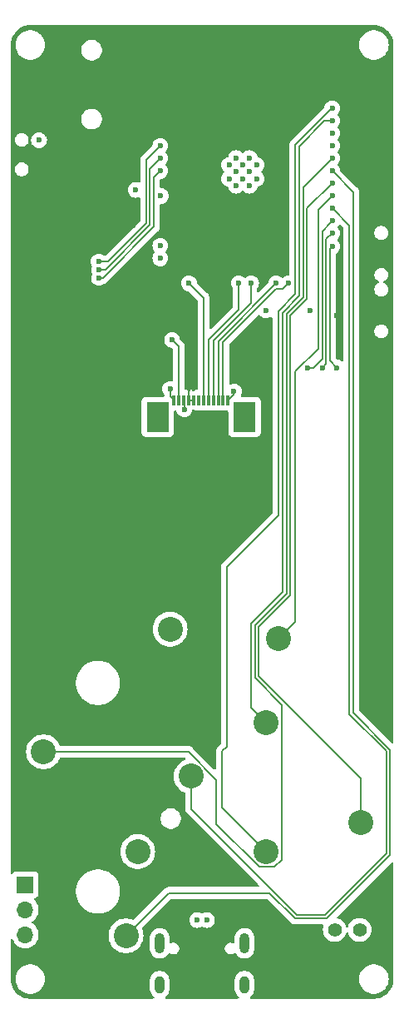
<source format=gbr>
%TF.GenerationSoftware,KiCad,Pcbnew,8.0.7*%
%TF.CreationDate,2025-01-01T16:00:03-05:00*%
%TF.ProjectId,JPL.mp3,4a504c2e-6d70-4332-9e6b-696361645f70,rev?*%
%TF.SameCoordinates,Original*%
%TF.FileFunction,Copper,L4,Bot*%
%TF.FilePolarity,Positive*%
%FSLAX46Y46*%
G04 Gerber Fmt 4.6, Leading zero omitted, Abs format (unit mm)*
G04 Created by KiCad (PCBNEW 8.0.7) date 2025-01-01 16:00:03*
%MOMM*%
%LPD*%
G01*
G04 APERTURE LIST*
%TA.AperFunction,HeatsinkPad*%
%ADD10C,0.600000*%
%TD*%
%TA.AperFunction,ComponentPad*%
%ADD11R,1.700000X1.700000*%
%TD*%
%TA.AperFunction,ComponentPad*%
%ADD12O,1.700000X1.700000*%
%TD*%
%TA.AperFunction,ComponentPad*%
%ADD13C,2.540000*%
%TD*%
%TA.AperFunction,ComponentPad*%
%ADD14C,1.400000*%
%TD*%
%TA.AperFunction,ComponentPad*%
%ADD15O,1.000000X1.800000*%
%TD*%
%TA.AperFunction,ComponentPad*%
%ADD16O,1.000000X2.100000*%
%TD*%
%TA.AperFunction,SMDPad,CuDef*%
%ADD17R,0.300000X1.100000*%
%TD*%
%TA.AperFunction,SMDPad,CuDef*%
%ADD18R,2.300000X3.100000*%
%TD*%
%TA.AperFunction,ViaPad*%
%ADD19C,0.600000*%
%TD*%
%TA.AperFunction,Conductor*%
%ADD20C,0.200000*%
%TD*%
G04 APERTURE END LIST*
D10*
%TO.P,U1,41,GND*%
%TO.N,GND*%
X122750000Y-64720000D03*
X122750000Y-66120000D03*
X123450000Y-64020000D03*
X123450000Y-65420000D03*
X123450000Y-66820000D03*
X124150000Y-64720000D03*
X124150000Y-66120000D03*
X124850000Y-64020000D03*
X124850000Y-65420000D03*
X124850000Y-66820000D03*
X125550000Y-64720000D03*
X125550000Y-66120000D03*
%TD*%
D11*
%TO.P,J6,1,Pin_1*%
%TO.N,UART_RX*%
X102000000Y-137920000D03*
D12*
%TO.P,J6,2,Pin_2*%
%TO.N,UART_TX*%
X102000000Y-140460000D03*
%TO.P,J6,3,Pin_3*%
%TO.N,GND*%
X102000000Y-143000000D03*
%TD*%
D13*
%TO.P,Enc1,A,A*%
%TO.N,ENCA*%
X126547809Y-121452191D03*
%TO.P,Enc1,B,B*%
%TO.N,ENCB*%
X126547809Y-134547809D03*
%TO.P,Enc1,COM_A,COM_A*%
%TO.N,GND*%
X113452191Y-134547809D03*
%TO.P,Enc1,COM_B,COM_B*%
X116747309Y-111920392D03*
%TO.P,Enc1,S1,S1*%
%TO.N,SW1*%
X118889842Y-126889842D03*
%TO.P,Enc1,S2,S2*%
%TO.N,SW2*%
X127749890Y-112896199D03*
%TO.P,Enc1,S3,S3*%
%TO.N,SW3*%
X136150319Y-131606245D03*
%TO.P,Enc1,S4,S4*%
%TO.N,SW4*%
X112250110Y-143103801D03*
%TO.P,Enc1,S5,S5*%
%TO.N,SW5*%
X103849681Y-124393755D03*
%TD*%
D14*
%TO.P,BAT,*%
%TO.N,Net-(BT1-+)*%
X133500000Y-142500000D03*
%TO.P,BAT,2*%
%TO.N,GND*%
X136040000Y-142500000D03*
%TD*%
D15*
%TO.P,J2,S1,SHIELD*%
%TO.N,GND*%
X124320000Y-148075000D03*
D16*
X124320000Y-143875000D03*
D15*
X115680000Y-148075000D03*
D16*
X115680000Y-143875000D03*
%TD*%
D17*
%TO.P,J4,1,Pin_1*%
%TO.N,GND*%
X122650000Y-88650000D03*
%TO.P,J4,2,Pin_2*%
%TO.N,TFT_CS*%
X122150000Y-88650000D03*
%TO.P,J4,3,Pin_3*%
%TO.N,TFT_DC*%
X121650000Y-88650000D03*
%TO.P,J4,4,Pin_4*%
%TO.N,TFT_SCLK*%
X121150000Y-88650000D03*
%TO.P,J4,5,Pin_5*%
%TO.N,TFT_SDA*%
X120650000Y-88650000D03*
%TO.P,J4,6,Pin_6*%
%TO.N,TFT_RST*%
X120150000Y-88650000D03*
%TO.P,J4,7,Pin_7*%
%TO.N,unconnected-(J4-Pin_7-Pad7)*%
X119650000Y-88650000D03*
%TO.P,J4,8,Pin_8*%
%TO.N,+3.3V*%
X119150000Y-88650000D03*
%TO.P,J4,9,Pin_9*%
X118650000Y-88650000D03*
%TO.P,J4,10,Pin_10*%
%TO.N,Net-(J4-Pin_10)*%
X118150000Y-88650000D03*
%TO.P,J4,11,Pin_11*%
%TO.N,Net-(J4-Pin_11)*%
X117650000Y-88650000D03*
%TO.P,J4,12,Pin_12*%
%TO.N,GND*%
X117150000Y-88650000D03*
D18*
%TO.P,J4,MP*%
%TO.N,N/C*%
X124320000Y-90350000D03*
X115480000Y-90350000D03*
%TD*%
D19*
%TO.N,+3.3V*%
X113000000Y-70900000D03*
X115175000Y-50800000D03*
X116525000Y-105475000D03*
%TO.N,HOLD*%
X115800000Y-67860000D03*
X103400000Y-62200000D03*
%TO.N,+3.3V*%
X138250000Y-94750000D03*
%TO.N,GND*%
X131000000Y-79500000D03*
%TO.N,+3.3V*%
X133750000Y-80000000D03*
%TO.N,GND*%
X123250000Y-87750000D03*
X116750000Y-87500000D03*
%TO.N,+3.3V*%
X118250000Y-91325000D03*
%TO.N,Net-(J4-Pin_10)*%
X118184662Y-89588867D03*
%TO.N,+3.3V*%
X109325000Y-94500000D03*
X102000000Y-83250000D03*
X112000000Y-79850000D03*
%TO.N,USB_D+*%
X115750000Y-74210000D03*
%TO.N,USB_D-*%
X115750000Y-72940000D03*
%TO.N,+3.3V*%
X112480955Y-65675000D03*
%TO.N,Net-(RST1-B)*%
X126500000Y-79500000D03*
X113250000Y-67250000D03*
%TO.N,SW2*%
X133250000Y-67860000D03*
%TO.N,SW4*%
X133250000Y-65320000D03*
%TO.N,ENCA*%
X133250000Y-60240000D03*
%TO.N,SW3*%
X133250000Y-66590000D03*
%TO.N,SW5*%
X133250000Y-64050000D03*
%TO.N,ENCB*%
X133250000Y-58970000D03*
%TO.N,SW1*%
X133250000Y-69130000D03*
%TO.N,SD_CMD*%
X133750000Y-85325000D03*
X133250000Y-73000000D03*
%TO.N,SD_D0*%
X130750000Y-85325000D03*
X133250000Y-70400000D03*
%TO.N,SD_CLK*%
X132263349Y-85325000D03*
X133250000Y-71670000D03*
%TO.N,USB_D+*%
X120500000Y-141500000D03*
%TO.N,USB_D-*%
X119500000Y-141500000D03*
%TO.N,TFT_DC*%
X127555000Y-76750000D03*
%TO.N,TFT_RST*%
X118665000Y-76750000D03*
%TO.N,TFT_CS*%
X128825000Y-76750000D03*
%TO.N,TFT_SDA*%
X123750000Y-76750000D03*
%TO.N,Net-(J4-Pin_11)*%
X116950000Y-82500000D03*
%TO.N,TFT_SCLK*%
X125000000Y-76750000D03*
%TO.N,UART_RX*%
X133250000Y-62780000D03*
%TO.N,UART_TX*%
X133250000Y-61510000D03*
%TO.N,I2S_SCLK*%
X115750000Y-65320000D03*
X109500000Y-76200000D03*
%TO.N,I2S_LRCLK*%
X115750000Y-62780000D03*
X109467984Y-74555324D03*
%TO.N,I2S_SD*%
X115750000Y-64050000D03*
X109500000Y-75400000D03*
%TO.N,+3.3V*%
X134000000Y-82750000D03*
%TD*%
D20*
%TO.N,ENCA*%
X126547809Y-121452191D02*
X124977809Y-119882191D01*
%TO.N,ENCB*%
X122500000Y-123873654D02*
X122500000Y-105625618D01*
X133164314Y-58970000D02*
X133250000Y-58970000D01*
%TO.N,ENCA*%
X124977809Y-119882191D02*
X124977809Y-111390819D01*
%TO.N,ENCB*%
X122031981Y-130031981D02*
X122031981Y-124341673D01*
X122031981Y-124341673D02*
X122500000Y-123873654D01*
X122500000Y-105625618D02*
X127750000Y-100375618D01*
%TO.N,ENCA*%
X129900000Y-78034314D02*
X129900000Y-62800000D01*
X132460000Y-60240000D02*
X133250000Y-60240000D01*
%TO.N,ENCB*%
X129500000Y-62634314D02*
X133164314Y-58970000D01*
X127750000Y-100375618D02*
X127750000Y-79618628D01*
%TO.N,ENCA*%
X124977809Y-111390819D02*
X128200000Y-108168628D01*
%TO.N,ENCB*%
X129500000Y-77868628D02*
X129500000Y-62634314D01*
X126547809Y-134547809D02*
X122031981Y-130031981D01*
X127750000Y-79618628D02*
X129500000Y-77868628D01*
%TO.N,ENCA*%
X128200000Y-108168628D02*
X128200000Y-79734314D01*
X128200000Y-79734314D02*
X129900000Y-78034314D01*
X129900000Y-62800000D02*
X132460000Y-60240000D01*
%TO.N,I2S_SD*%
X109500000Y-75400000D02*
X110132843Y-75400000D01*
X110132843Y-75400000D02*
X114700000Y-70832843D01*
X114700000Y-70832843D02*
X114700000Y-65100000D01*
X114700000Y-65100000D02*
X115750000Y-64050000D01*
%TO.N,I2S_LRCLK*%
X114300000Y-70667157D02*
X114300000Y-64230000D01*
X109467984Y-74555324D02*
X110411833Y-74555324D01*
X110411833Y-74555324D02*
X114300000Y-70667157D01*
X114300000Y-64230000D02*
X115750000Y-62780000D01*
%TO.N,I2S_SCLK*%
X115100000Y-65970000D02*
X115750000Y-65320000D01*
X109500000Y-76200000D02*
X109898529Y-76200000D01*
X109898529Y-76200000D02*
X115100000Y-70998529D01*
X115100000Y-70998529D02*
X115100000Y-65970000D01*
%TO.N,+3.3V*%
X134000000Y-82750000D02*
X134000000Y-80250000D01*
X134000000Y-80250000D02*
X133750000Y-80000000D01*
X118650000Y-86350000D02*
X118750000Y-86250000D01*
X118650000Y-88650000D02*
X118650000Y-86350000D01*
%TO.N,GND*%
X116750000Y-87500000D02*
X116750000Y-88250000D01*
X116750000Y-88250000D02*
X117150000Y-88650000D01*
X123250000Y-87750000D02*
X123250000Y-88050000D01*
X123250000Y-88050000D02*
X122650000Y-88650000D01*
%TO.N,Net-(J4-Pin_10)*%
X118184662Y-89588867D02*
X118184662Y-88684662D01*
X118184662Y-88684662D02*
X118150000Y-88650000D01*
%TO.N,SW1*%
X118889842Y-126889842D02*
X118889842Y-130213244D01*
X118889842Y-130213244D02*
X129633200Y-140956602D01*
X129633200Y-140956602D02*
X132543398Y-140956602D01*
X132543398Y-140956602D02*
X138750000Y-134750000D01*
X138750000Y-134750000D02*
X138750000Y-124350000D01*
X138750000Y-124350000D02*
X135000000Y-120600000D01*
X135000000Y-120600000D02*
X135000000Y-70880000D01*
X135000000Y-70880000D02*
X133250000Y-69130000D01*
%TO.N,SW4*%
X112250110Y-143103801D02*
X116603911Y-138750000D01*
X116603911Y-138750000D02*
X126860912Y-138750000D01*
X126860912Y-138750000D02*
X129467514Y-141356602D01*
X139150000Y-124184314D02*
X135400000Y-120434314D01*
X129467514Y-141356602D02*
X132709084Y-141356602D01*
X132709084Y-141356602D02*
X139150000Y-134915686D01*
X139150000Y-134915686D02*
X139150000Y-124184314D01*
X135400000Y-120434314D02*
X135400000Y-67470000D01*
X135400000Y-67470000D02*
X133250000Y-65320000D01*
%TO.N,SW3*%
X136150319Y-131606245D02*
X136150319Y-127084633D01*
X130700000Y-69140000D02*
X133250000Y-66590000D01*
X136150319Y-127084633D02*
X125777809Y-116712123D01*
X125777809Y-116712123D02*
X125777809Y-111722191D01*
X125777809Y-111722191D02*
X129000000Y-108500000D01*
X129000000Y-108500000D02*
X129000000Y-80065686D01*
X129000000Y-80065686D02*
X130700000Y-78365686D01*
X130700000Y-78365686D02*
X130700000Y-69140000D01*
%TO.N,SW5*%
X128117809Y-135382191D02*
X127382191Y-136117809D01*
X125867809Y-136117809D02*
X121470316Y-131720316D01*
X127382191Y-136117809D02*
X125867809Y-136117809D01*
X125377809Y-116877809D02*
X128117809Y-119617809D01*
X121470316Y-131720316D02*
X121470316Y-127250000D01*
X118614071Y-124393755D02*
X103849681Y-124393755D01*
X128600000Y-108334314D02*
X125377809Y-111556505D01*
X128600000Y-79900000D02*
X128600000Y-108334314D01*
X130300000Y-78200000D02*
X128600000Y-79900000D01*
X121470316Y-127250000D02*
X118614071Y-124393755D01*
X128117809Y-119617809D02*
X128117809Y-135382191D01*
X125377809Y-111556505D02*
X125377809Y-116877809D01*
X130300000Y-67000000D02*
X130300000Y-78200000D01*
X133250000Y-64050000D02*
X130300000Y-67000000D01*
%TO.N,SW2*%
X133250000Y-67860000D02*
X131850000Y-69260000D01*
X131850000Y-83376471D02*
X129500000Y-85726471D01*
X131850000Y-69260000D02*
X131850000Y-83376471D01*
X129500000Y-85726471D02*
X129500000Y-111146089D01*
X129500000Y-111146089D02*
X127749890Y-112896199D01*
%TO.N,+3.3V*%
X119150000Y-88650000D02*
X118650000Y-88650000D01*
%TO.N,TFT_SDA*%
X120650000Y-88650000D02*
X120650000Y-82523628D01*
X120650000Y-82523628D02*
X123750000Y-79423628D01*
X123750000Y-79423628D02*
X123750000Y-76750000D01*
%TO.N,TFT_SCLK*%
X121150000Y-88650000D02*
X121150000Y-82589314D01*
X125000000Y-78739314D02*
X125000000Y-76750000D01*
X121150000Y-82589314D02*
X125000000Y-78739314D01*
%TO.N,TFT_CS*%
X122150000Y-88650000D02*
X122150000Y-82720686D01*
X122150000Y-82720686D02*
X127520686Y-77350000D01*
X127520686Y-77350000D02*
X128225000Y-77350000D01*
X128225000Y-77350000D02*
X128825000Y-76750000D01*
%TO.N,Net-(J4-Pin_11)*%
X117650000Y-88650000D02*
X117650000Y-83200000D01*
X117650000Y-83200000D02*
X116950000Y-82500000D01*
%TO.N,TFT_RST*%
X120150000Y-88650000D02*
X120150000Y-78235000D01*
X120150000Y-78235000D02*
X118665000Y-76750000D01*
%TO.N,TFT_DC*%
X121650000Y-88650000D02*
X121650000Y-82655000D01*
X121650000Y-82655000D02*
X127555000Y-76750000D01*
%TO.N,SD_D0*%
X130750000Y-85325000D02*
X131335000Y-85325000D01*
X132250000Y-84410000D02*
X132250000Y-71460000D01*
X131335000Y-85325000D02*
X132250000Y-84410000D01*
X132250000Y-71460000D02*
X133050000Y-70660000D01*
%TO.N,SD_CMD*%
X133750000Y-85325000D02*
X133050000Y-84625000D01*
X133050000Y-84625000D02*
X133050000Y-73200000D01*
X133050000Y-73200000D02*
X133250000Y-73000000D01*
%TO.N,SD_CLK*%
X133250000Y-71670000D02*
X132650000Y-72270000D01*
X132650000Y-72270000D02*
X132650000Y-84938349D01*
X132650000Y-84938349D02*
X132263349Y-85325000D01*
%TD*%
%TA.AperFunction,Conductor*%
%TO.N,+3.3V*%
G36*
X137504043Y-50500765D02*
G01*
X137752895Y-50517075D01*
X137768953Y-50519190D01*
X137976105Y-50560395D01*
X138009535Y-50567045D01*
X138025202Y-50571243D01*
X138194947Y-50628863D01*
X138257481Y-50650091D01*
X138272458Y-50656294D01*
X138481799Y-50759529D01*
X138492460Y-50764787D01*
X138506508Y-50772897D01*
X138710464Y-50909177D01*
X138723328Y-50919048D01*
X138907749Y-51080781D01*
X138919218Y-51092250D01*
X139080951Y-51276671D01*
X139090825Y-51289539D01*
X139227102Y-51493492D01*
X139235212Y-51507539D01*
X139343702Y-51727534D01*
X139349909Y-51742520D01*
X139428756Y-51974797D01*
X139432954Y-51990464D01*
X139480807Y-52231035D01*
X139482925Y-52247116D01*
X139499235Y-52495956D01*
X139499500Y-52504066D01*
X139499500Y-123385217D01*
X139479815Y-123452256D01*
X139427011Y-123498011D01*
X139357853Y-123507955D01*
X139294297Y-123478930D01*
X139287819Y-123472898D01*
X136036819Y-120221898D01*
X136003334Y-120160575D01*
X136000500Y-120134217D01*
X136000500Y-81693995D01*
X137549499Y-81693995D01*
X137576418Y-81829322D01*
X137576421Y-81829332D01*
X137629221Y-81956804D01*
X137629228Y-81956817D01*
X137705885Y-82071541D01*
X137705888Y-82071545D01*
X137803454Y-82169111D01*
X137803458Y-82169114D01*
X137918182Y-82245771D01*
X137918195Y-82245778D01*
X138045667Y-82298578D01*
X138045672Y-82298580D01*
X138045676Y-82298580D01*
X138045677Y-82298581D01*
X138181004Y-82325500D01*
X138181007Y-82325500D01*
X138318995Y-82325500D01*
X138410041Y-82307389D01*
X138454328Y-82298580D01*
X138581811Y-82245775D01*
X138696542Y-82169114D01*
X138794114Y-82071542D01*
X138870775Y-81956811D01*
X138923580Y-81829328D01*
X138950500Y-81693993D01*
X138950500Y-81556007D01*
X138950500Y-81556004D01*
X138923581Y-81420677D01*
X138923580Y-81420676D01*
X138923580Y-81420672D01*
X138893827Y-81348841D01*
X138870778Y-81293195D01*
X138870771Y-81293182D01*
X138794114Y-81178458D01*
X138794111Y-81178454D01*
X138696545Y-81080888D01*
X138696541Y-81080885D01*
X138581817Y-81004228D01*
X138581804Y-81004221D01*
X138454332Y-80951421D01*
X138454322Y-80951418D01*
X138318995Y-80924500D01*
X138318993Y-80924500D01*
X138181007Y-80924500D01*
X138181005Y-80924500D01*
X138045677Y-80951418D01*
X138045667Y-80951421D01*
X137918195Y-81004221D01*
X137918182Y-81004228D01*
X137803458Y-81080885D01*
X137803454Y-81080888D01*
X137705888Y-81178454D01*
X137705885Y-81178458D01*
X137629228Y-81293182D01*
X137629221Y-81293195D01*
X137576421Y-81420667D01*
X137576418Y-81420677D01*
X137549500Y-81556004D01*
X137549500Y-81556007D01*
X137549500Y-81693993D01*
X137549500Y-81693995D01*
X137549499Y-81693995D01*
X136000500Y-81693995D01*
X136000500Y-75943995D01*
X137549499Y-75943995D01*
X137576418Y-76079322D01*
X137576421Y-76079332D01*
X137629221Y-76206804D01*
X137629228Y-76206817D01*
X137705885Y-76321541D01*
X137705888Y-76321545D01*
X137803454Y-76419111D01*
X137803458Y-76419114D01*
X137918182Y-76495771D01*
X137918186Y-76495773D01*
X137918189Y-76495775D01*
X137930114Y-76500714D01*
X137953590Y-76510439D01*
X138007994Y-76554280D01*
X138030058Y-76620575D01*
X138012778Y-76688274D01*
X137961641Y-76735884D01*
X137953590Y-76739561D01*
X137918192Y-76754223D01*
X137918182Y-76754228D01*
X137803458Y-76830885D01*
X137803454Y-76830888D01*
X137705888Y-76928454D01*
X137705885Y-76928458D01*
X137629228Y-77043182D01*
X137629221Y-77043195D01*
X137576421Y-77170667D01*
X137576418Y-77170677D01*
X137549500Y-77306004D01*
X137549500Y-77306007D01*
X137549500Y-77443993D01*
X137549500Y-77443995D01*
X137549499Y-77443995D01*
X137576418Y-77579322D01*
X137576421Y-77579332D01*
X137629221Y-77706804D01*
X137629228Y-77706817D01*
X137705885Y-77821541D01*
X137705888Y-77821545D01*
X137803456Y-77919113D01*
X137918182Y-77995771D01*
X137918195Y-77995778D01*
X138045667Y-78048578D01*
X138045672Y-78048580D01*
X138045676Y-78048580D01*
X138045677Y-78048581D01*
X138181004Y-78075500D01*
X138181007Y-78075500D01*
X138318995Y-78075500D01*
X138410041Y-78057389D01*
X138454328Y-78048580D01*
X138581811Y-77995775D01*
X138620108Y-77970186D01*
X138696544Y-77919113D01*
X138696545Y-77919111D01*
X138794111Y-77821545D01*
X138794114Y-77821542D01*
X138870775Y-77706811D01*
X138923580Y-77579328D01*
X138932389Y-77535041D01*
X138950500Y-77443995D01*
X138950500Y-77306004D01*
X138923581Y-77170677D01*
X138923580Y-77170676D01*
X138923580Y-77170672D01*
X138923578Y-77170667D01*
X138870778Y-77043195D01*
X138870771Y-77043182D01*
X138794114Y-76928458D01*
X138794111Y-76928454D01*
X138696545Y-76830888D01*
X138696541Y-76830885D01*
X138581817Y-76754228D01*
X138581804Y-76754221D01*
X138546410Y-76739561D01*
X138492006Y-76695720D01*
X138469941Y-76629426D01*
X138487220Y-76561727D01*
X138538357Y-76514116D01*
X138546410Y-76510439D01*
X138581804Y-76495778D01*
X138581804Y-76495777D01*
X138581811Y-76495775D01*
X138696542Y-76419114D01*
X138794114Y-76321542D01*
X138870775Y-76206811D01*
X138923580Y-76079328D01*
X138946395Y-75964630D01*
X138950500Y-75943995D01*
X138950500Y-75806004D01*
X138923581Y-75670677D01*
X138923580Y-75670676D01*
X138923580Y-75670672D01*
X138885714Y-75579255D01*
X138870778Y-75543195D01*
X138870771Y-75543182D01*
X138794114Y-75428458D01*
X138794111Y-75428454D01*
X138696545Y-75330888D01*
X138696541Y-75330885D01*
X138581817Y-75254228D01*
X138581804Y-75254221D01*
X138454332Y-75201421D01*
X138454322Y-75201418D01*
X138318995Y-75174500D01*
X138318993Y-75174500D01*
X138181007Y-75174500D01*
X138181005Y-75174500D01*
X138045677Y-75201418D01*
X138045667Y-75201421D01*
X137918195Y-75254221D01*
X137918182Y-75254228D01*
X137803458Y-75330885D01*
X137803454Y-75330888D01*
X137705888Y-75428454D01*
X137705885Y-75428458D01*
X137629228Y-75543182D01*
X137629221Y-75543195D01*
X137576421Y-75670667D01*
X137576418Y-75670677D01*
X137549500Y-75806004D01*
X137549500Y-75806007D01*
X137549500Y-75943993D01*
X137549500Y-75943995D01*
X137549499Y-75943995D01*
X136000500Y-75943995D01*
X136000500Y-71693995D01*
X137549499Y-71693995D01*
X137576418Y-71829322D01*
X137576421Y-71829332D01*
X137629221Y-71956804D01*
X137629228Y-71956817D01*
X137705885Y-72071541D01*
X137705888Y-72071545D01*
X137803454Y-72169111D01*
X137803458Y-72169114D01*
X137918182Y-72245771D01*
X137918195Y-72245778D01*
X138028980Y-72291666D01*
X138045672Y-72298580D01*
X138045676Y-72298580D01*
X138045677Y-72298581D01*
X138181004Y-72325500D01*
X138181007Y-72325500D01*
X138318995Y-72325500D01*
X138410041Y-72307389D01*
X138454328Y-72298580D01*
X138552924Y-72257740D01*
X138581804Y-72245778D01*
X138581804Y-72245777D01*
X138581811Y-72245775D01*
X138696542Y-72169114D01*
X138794114Y-72071542D01*
X138870775Y-71956811D01*
X138923580Y-71829328D01*
X138950500Y-71693993D01*
X138950500Y-71556007D01*
X138950500Y-71556004D01*
X138923581Y-71420677D01*
X138923580Y-71420676D01*
X138923580Y-71420672D01*
X138923578Y-71420667D01*
X138870778Y-71293195D01*
X138870771Y-71293182D01*
X138794114Y-71178458D01*
X138794111Y-71178454D01*
X138696545Y-71080888D01*
X138696541Y-71080885D01*
X138581817Y-71004228D01*
X138581804Y-71004221D01*
X138454332Y-70951421D01*
X138454322Y-70951418D01*
X138318995Y-70924500D01*
X138318993Y-70924500D01*
X138181007Y-70924500D01*
X138181005Y-70924500D01*
X138045677Y-70951418D01*
X138045667Y-70951421D01*
X137918195Y-71004221D01*
X137918182Y-71004228D01*
X137803458Y-71080885D01*
X137803454Y-71080888D01*
X137705888Y-71178454D01*
X137705885Y-71178458D01*
X137629228Y-71293182D01*
X137629221Y-71293195D01*
X137576421Y-71420667D01*
X137576418Y-71420677D01*
X137549500Y-71556004D01*
X137549500Y-71556007D01*
X137549500Y-71693993D01*
X137549500Y-71693995D01*
X137549499Y-71693995D01*
X136000500Y-71693995D01*
X136000500Y-67390945D01*
X136000500Y-67390943D01*
X135959577Y-67238215D01*
X135899530Y-67134211D01*
X135880520Y-67101284D01*
X135768716Y-66989480D01*
X135768715Y-66989479D01*
X135764385Y-66985149D01*
X135764374Y-66985139D01*
X134080700Y-65301465D01*
X134047215Y-65240142D01*
X134045163Y-65227686D01*
X134035368Y-65140745D01*
X133975789Y-64970478D01*
X133879816Y-64817738D01*
X133834759Y-64772681D01*
X133801274Y-64711358D01*
X133806258Y-64641666D01*
X133834759Y-64597319D01*
X133879816Y-64552262D01*
X133975789Y-64399522D01*
X134035368Y-64229255D01*
X134036666Y-64217737D01*
X134055565Y-64050003D01*
X134055565Y-64049996D01*
X134035369Y-63870750D01*
X134035368Y-63870745D01*
X134032057Y-63861282D01*
X133975789Y-63700478D01*
X133956937Y-63670476D01*
X133879815Y-63547737D01*
X133834759Y-63502681D01*
X133801274Y-63441358D01*
X133806258Y-63371666D01*
X133834759Y-63327319D01*
X133879816Y-63282262D01*
X133975789Y-63129522D01*
X134035368Y-62959255D01*
X134049952Y-62829816D01*
X134055565Y-62780003D01*
X134055565Y-62779996D01*
X134035369Y-62600750D01*
X134035368Y-62600745D01*
X133975788Y-62430476D01*
X133927937Y-62354322D01*
X133879816Y-62277738D01*
X133834758Y-62232680D01*
X133801274Y-62171358D01*
X133806258Y-62101666D01*
X133834759Y-62057319D01*
X133837867Y-62054211D01*
X133879816Y-62012262D01*
X133975789Y-61859522D01*
X134035368Y-61689255D01*
X134044761Y-61605888D01*
X134055565Y-61510003D01*
X134055565Y-61509996D01*
X134035369Y-61330750D01*
X134035368Y-61330745D01*
X133975788Y-61160476D01*
X133879815Y-61007737D01*
X133834759Y-60962681D01*
X133801274Y-60901358D01*
X133806258Y-60831666D01*
X133834759Y-60787319D01*
X133879816Y-60742262D01*
X133975789Y-60589522D01*
X134035368Y-60419255D01*
X134055565Y-60240000D01*
X134045815Y-60153469D01*
X134035369Y-60060750D01*
X134035368Y-60060745D01*
X133975788Y-59890476D01*
X133883491Y-59743587D01*
X133879816Y-59737738D01*
X133834759Y-59692681D01*
X133801274Y-59631358D01*
X133806258Y-59561666D01*
X133834759Y-59517319D01*
X133879816Y-59472262D01*
X133975789Y-59319522D01*
X134035368Y-59149255D01*
X134035369Y-59149249D01*
X134055565Y-58970003D01*
X134055565Y-58969996D01*
X134035369Y-58790750D01*
X134035368Y-58790745D01*
X133975788Y-58620476D01*
X133879815Y-58467737D01*
X133752262Y-58340184D01*
X133599523Y-58244211D01*
X133429254Y-58184631D01*
X133429249Y-58184630D01*
X133250004Y-58164435D01*
X133249996Y-58164435D01*
X133070750Y-58184630D01*
X133070745Y-58184631D01*
X132900476Y-58244211D01*
X132747737Y-58340184D01*
X132620184Y-58467737D01*
X132524210Y-58620478D01*
X132464631Y-58790747D01*
X132463795Y-58794412D01*
X132462580Y-58796608D01*
X132462333Y-58797317D01*
X132462212Y-58797274D01*
X132430587Y-58854489D01*
X129131286Y-62153792D01*
X129019481Y-62265596D01*
X129019477Y-62265601D01*
X128973366Y-62345470D01*
X128940423Y-62402529D01*
X128899499Y-62555257D01*
X128899499Y-62555259D01*
X128899499Y-62723360D01*
X128899500Y-62723373D01*
X128899500Y-75825227D01*
X128879815Y-75892266D01*
X128827011Y-75938021D01*
X128789384Y-75948447D01*
X128645749Y-75964630D01*
X128645745Y-75964631D01*
X128475476Y-76024211D01*
X128322737Y-76120184D01*
X128277680Y-76165241D01*
X128216357Y-76198725D01*
X128146665Y-76193740D01*
X128102320Y-76165241D01*
X128057263Y-76120185D01*
X128057262Y-76120184D01*
X127904523Y-76024211D01*
X127734254Y-75964631D01*
X127734249Y-75964630D01*
X127555004Y-75944435D01*
X127554996Y-75944435D01*
X127375750Y-75964630D01*
X127375745Y-75964631D01*
X127205476Y-76024211D01*
X127052737Y-76120184D01*
X126925184Y-76247737D01*
X126829210Y-76400478D01*
X126769630Y-76570750D01*
X126759837Y-76657668D01*
X126732770Y-76722082D01*
X126724298Y-76731465D01*
X125812181Y-77643583D01*
X125750858Y-77677068D01*
X125681167Y-77672084D01*
X125625233Y-77630212D01*
X125600816Y-77564748D01*
X125600500Y-77555902D01*
X125600500Y-77332412D01*
X125620185Y-77265373D01*
X125627555Y-77255097D01*
X125629810Y-77252267D01*
X125629816Y-77252262D01*
X125725789Y-77099522D01*
X125785368Y-76929255D01*
X125785458Y-76928458D01*
X125805565Y-76750003D01*
X125805565Y-76749996D01*
X125785369Y-76570750D01*
X125785368Y-76570745D01*
X125725788Y-76400476D01*
X125676190Y-76321542D01*
X125629816Y-76247738D01*
X125502262Y-76120184D01*
X125349523Y-76024211D01*
X125179254Y-75964631D01*
X125179249Y-75964630D01*
X125000004Y-75944435D01*
X124999996Y-75944435D01*
X124820750Y-75964630D01*
X124820745Y-75964631D01*
X124650476Y-76024211D01*
X124497737Y-76120184D01*
X124462681Y-76155241D01*
X124401358Y-76188726D01*
X124331666Y-76183742D01*
X124287319Y-76155241D01*
X124252262Y-76120184D01*
X124099523Y-76024211D01*
X123929254Y-75964631D01*
X123929249Y-75964630D01*
X123750004Y-75944435D01*
X123749996Y-75944435D01*
X123570750Y-75964630D01*
X123570745Y-75964631D01*
X123400476Y-76024211D01*
X123247737Y-76120184D01*
X123120184Y-76247737D01*
X123024211Y-76400476D01*
X122964631Y-76570745D01*
X122964630Y-76570750D01*
X122944435Y-76749996D01*
X122944435Y-76750003D01*
X122964630Y-76929249D01*
X122964631Y-76929254D01*
X123024211Y-77099523D01*
X123120185Y-77252263D01*
X123122445Y-77255097D01*
X123123334Y-77257275D01*
X123123889Y-77258158D01*
X123123734Y-77258255D01*
X123148855Y-77319783D01*
X123149500Y-77332412D01*
X123149500Y-79123531D01*
X123129815Y-79190570D01*
X123113181Y-79211212D01*
X120962181Y-81362212D01*
X120900858Y-81395697D01*
X120831166Y-81390713D01*
X120775233Y-81348841D01*
X120750816Y-81283377D01*
X120750500Y-81274531D01*
X120750500Y-78155946D01*
X120750500Y-78155943D01*
X120735621Y-78100412D01*
X120709577Y-78003215D01*
X120661021Y-77919114D01*
X120630520Y-77866284D01*
X120518716Y-77754480D01*
X120514385Y-77750149D01*
X120514374Y-77750139D01*
X119495700Y-76731465D01*
X119462215Y-76670142D01*
X119460163Y-76657686D01*
X119450368Y-76570745D01*
X119390789Y-76400478D01*
X119294816Y-76247738D01*
X119167262Y-76120184D01*
X119014523Y-76024211D01*
X118844254Y-75964631D01*
X118844249Y-75964630D01*
X118665004Y-75944435D01*
X118664996Y-75944435D01*
X118485750Y-75964630D01*
X118485745Y-75964631D01*
X118315476Y-76024211D01*
X118162737Y-76120184D01*
X118035184Y-76247737D01*
X117939211Y-76400476D01*
X117879631Y-76570745D01*
X117879630Y-76570750D01*
X117859435Y-76749996D01*
X117859435Y-76750003D01*
X117879630Y-76929249D01*
X117879631Y-76929254D01*
X117939211Y-77099523D01*
X118035184Y-77252262D01*
X118162738Y-77379816D01*
X118315478Y-77475789D01*
X118485745Y-77535368D01*
X118572669Y-77545161D01*
X118637080Y-77572226D01*
X118646465Y-77580700D01*
X119513181Y-78447416D01*
X119546666Y-78508739D01*
X119549500Y-78535097D01*
X119549500Y-87477648D01*
X119529815Y-87544687D01*
X119477011Y-87590442D01*
X119438752Y-87600938D01*
X119410906Y-87603931D01*
X119384402Y-87603931D01*
X119347834Y-87600000D01*
X119300000Y-87600000D01*
X119284388Y-87615611D01*
X119280315Y-87629485D01*
X119250313Y-87661710D01*
X119198309Y-87700640D01*
X119132846Y-87725057D01*
X119064574Y-87710205D01*
X119015168Y-87660800D01*
X119000000Y-87601373D01*
X119000000Y-87600000D01*
X118952164Y-87600000D01*
X118913252Y-87604183D01*
X118886748Y-87604183D01*
X118847835Y-87600000D01*
X118800000Y-87600000D01*
X118800000Y-87601373D01*
X118780315Y-87668412D01*
X118727511Y-87714167D01*
X118658353Y-87724111D01*
X118601690Y-87700640D01*
X118549687Y-87661711D01*
X118513888Y-87613888D01*
X118500000Y-87600000D01*
X118452165Y-87600000D01*
X118415598Y-87603931D01*
X118389090Y-87603930D01*
X118361244Y-87600936D01*
X118296693Y-87574198D01*
X118256845Y-87516805D01*
X118250500Y-87477647D01*
X118250500Y-83120945D01*
X118250500Y-83120943D01*
X118209577Y-82968216D01*
X118189304Y-82933101D01*
X118130524Y-82831290D01*
X118130521Y-82831286D01*
X118130520Y-82831284D01*
X118018716Y-82719480D01*
X118018715Y-82719479D01*
X118014385Y-82715149D01*
X118014374Y-82715139D01*
X117780700Y-82481465D01*
X117747215Y-82420142D01*
X117745163Y-82407686D01*
X117735368Y-82320745D01*
X117675789Y-82150478D01*
X117579816Y-81997738D01*
X117452262Y-81870184D01*
X117299523Y-81774211D01*
X117129254Y-81714631D01*
X117129249Y-81714630D01*
X116950004Y-81694435D01*
X116949996Y-81694435D01*
X116770750Y-81714630D01*
X116770745Y-81714631D01*
X116600476Y-81774211D01*
X116447737Y-81870184D01*
X116320184Y-81997737D01*
X116224211Y-82150476D01*
X116164631Y-82320745D01*
X116164630Y-82320750D01*
X116144435Y-82499996D01*
X116144435Y-82500003D01*
X116164630Y-82679249D01*
X116164631Y-82679254D01*
X116224211Y-82849523D01*
X116320184Y-83002262D01*
X116447738Y-83129816D01*
X116600478Y-83225789D01*
X116770745Y-83285368D01*
X116857669Y-83295161D01*
X116922080Y-83322226D01*
X116931465Y-83330700D01*
X117013181Y-83412416D01*
X117046666Y-83473739D01*
X117049500Y-83500097D01*
X117049500Y-86589424D01*
X117029815Y-86656463D01*
X116977011Y-86702218D01*
X116911617Y-86712644D01*
X116750004Y-86694435D01*
X116749996Y-86694435D01*
X116570750Y-86714630D01*
X116570745Y-86714631D01*
X116400476Y-86774211D01*
X116247737Y-86870184D01*
X116120184Y-86997737D01*
X116024211Y-87150476D01*
X115964631Y-87320745D01*
X115964630Y-87320750D01*
X115944435Y-87499996D01*
X115944435Y-87500003D01*
X115964630Y-87679249D01*
X115964631Y-87679254D01*
X116024211Y-87849523D01*
X116120185Y-88002263D01*
X116122445Y-88005097D01*
X116123334Y-88007275D01*
X116123889Y-88008158D01*
X116123734Y-88008255D01*
X116148855Y-88069783D01*
X116149500Y-88082412D01*
X116149500Y-88163330D01*
X116149499Y-88163348D01*
X116149499Y-88175500D01*
X116129814Y-88242539D01*
X116077010Y-88288294D01*
X116025499Y-88299500D01*
X114282129Y-88299500D01*
X114282123Y-88299501D01*
X114222516Y-88305908D01*
X114087671Y-88356202D01*
X114087664Y-88356206D01*
X113972455Y-88442452D01*
X113972452Y-88442455D01*
X113886206Y-88557664D01*
X113886202Y-88557671D01*
X113835908Y-88692517D01*
X113829501Y-88752116D01*
X113829501Y-88752123D01*
X113829500Y-88752135D01*
X113829500Y-91947870D01*
X113829501Y-91947876D01*
X113835908Y-92007483D01*
X113886202Y-92142328D01*
X113886206Y-92142335D01*
X113972452Y-92257544D01*
X113972455Y-92257547D01*
X114087664Y-92343793D01*
X114087671Y-92343797D01*
X114222517Y-92394091D01*
X114222516Y-92394091D01*
X114229444Y-92394835D01*
X114282127Y-92400500D01*
X116677872Y-92400499D01*
X116737483Y-92394091D01*
X116872331Y-92343796D01*
X116987546Y-92257546D01*
X117073796Y-92142331D01*
X117124091Y-92007483D01*
X117130500Y-91947873D01*
X117130499Y-89824498D01*
X117150184Y-89757460D01*
X117202987Y-89711705D01*
X117254499Y-89700499D01*
X117287649Y-89700499D01*
X117354688Y-89720184D01*
X117400443Y-89772988D01*
X117404691Y-89783545D01*
X117458872Y-89938388D01*
X117458873Y-89938389D01*
X117554846Y-90091129D01*
X117682400Y-90218683D01*
X117835140Y-90314656D01*
X118005407Y-90374235D01*
X118005412Y-90374236D01*
X118184658Y-90394432D01*
X118184662Y-90394432D01*
X118184666Y-90394432D01*
X118363911Y-90374236D01*
X118363914Y-90374235D01*
X118363917Y-90374235D01*
X118534184Y-90314656D01*
X118686924Y-90218683D01*
X118814478Y-90091129D01*
X118910451Y-89938389D01*
X118970030Y-89768122D01*
X118970030Y-89768120D01*
X118970031Y-89768118D01*
X118971580Y-89761333D01*
X118972803Y-89761612D01*
X118997080Y-89703830D01*
X119000000Y-89700595D01*
X119000000Y-89698627D01*
X119019685Y-89631588D01*
X119072489Y-89585833D01*
X119141647Y-89575889D01*
X119198309Y-89599359D01*
X119250312Y-89638288D01*
X119286111Y-89686111D01*
X119300000Y-89700000D01*
X119347819Y-89700000D01*
X119347833Y-89699999D01*
X119384395Y-89696068D01*
X119410905Y-89696068D01*
X119452127Y-89700500D01*
X119847872Y-89700499D01*
X119847873Y-89700498D01*
X119847885Y-89700498D01*
X119886744Y-89696320D01*
X119913252Y-89696320D01*
X119952127Y-89700500D01*
X120347872Y-89700499D01*
X120347873Y-89700498D01*
X120347885Y-89700498D01*
X120386744Y-89696320D01*
X120413252Y-89696320D01*
X120452127Y-89700500D01*
X120847872Y-89700499D01*
X120847873Y-89700498D01*
X120847885Y-89700498D01*
X120886744Y-89696320D01*
X120913252Y-89696320D01*
X120952127Y-89700500D01*
X121347872Y-89700499D01*
X121347873Y-89700498D01*
X121347885Y-89700498D01*
X121386744Y-89696320D01*
X121413252Y-89696320D01*
X121452127Y-89700500D01*
X121847872Y-89700499D01*
X121847873Y-89700498D01*
X121847885Y-89700498D01*
X121886744Y-89696320D01*
X121913252Y-89696320D01*
X121952127Y-89700500D01*
X122347872Y-89700499D01*
X122347873Y-89700498D01*
X122347885Y-89700498D01*
X122386744Y-89696320D01*
X122413252Y-89696320D01*
X122452127Y-89700500D01*
X122545500Y-89700499D01*
X122612538Y-89720183D01*
X122658294Y-89772986D01*
X122669500Y-89824499D01*
X122669500Y-91947870D01*
X122669501Y-91947876D01*
X122675908Y-92007483D01*
X122726202Y-92142328D01*
X122726206Y-92142335D01*
X122812452Y-92257544D01*
X122812455Y-92257547D01*
X122927664Y-92343793D01*
X122927671Y-92343797D01*
X123062517Y-92394091D01*
X123062516Y-92394091D01*
X123069444Y-92394835D01*
X123122127Y-92400500D01*
X125517872Y-92400499D01*
X125577483Y-92394091D01*
X125712331Y-92343796D01*
X125827546Y-92257546D01*
X125913796Y-92142331D01*
X125964091Y-92007483D01*
X125970500Y-91947873D01*
X125970499Y-88752128D01*
X125964091Y-88692517D01*
X125913796Y-88557669D01*
X125913795Y-88557668D01*
X125913793Y-88557664D01*
X125827547Y-88442455D01*
X125827544Y-88442452D01*
X125712335Y-88356206D01*
X125712328Y-88356202D01*
X125577482Y-88305908D01*
X125577483Y-88305908D01*
X125517883Y-88299501D01*
X125517881Y-88299500D01*
X125517873Y-88299500D01*
X125517865Y-88299500D01*
X124074496Y-88299500D01*
X124007457Y-88279815D01*
X123961702Y-88227011D01*
X123951758Y-88157853D01*
X123969503Y-88109527D01*
X123975788Y-88099524D01*
X123992373Y-88052127D01*
X124035368Y-87929255D01*
X124055565Y-87750000D01*
X124051081Y-87710205D01*
X124035369Y-87570750D01*
X124035368Y-87570745D01*
X124026250Y-87544687D01*
X123975789Y-87400478D01*
X123879816Y-87247738D01*
X123752262Y-87120184D01*
X123749499Y-87118448D01*
X123599523Y-87024211D01*
X123429254Y-86964631D01*
X123429249Y-86964630D01*
X123250004Y-86944435D01*
X123249996Y-86944435D01*
X123070750Y-86964630D01*
X123070742Y-86964632D01*
X122915454Y-87018970D01*
X122845676Y-87022531D01*
X122785048Y-86987802D01*
X122752821Y-86925809D01*
X122750500Y-86901928D01*
X122750500Y-83020782D01*
X122770185Y-82953743D01*
X122786814Y-82933106D01*
X125706240Y-80013679D01*
X125767563Y-79980195D01*
X125837255Y-79985179D01*
X125881602Y-80013680D01*
X125997738Y-80129816D01*
X126150478Y-80225789D01*
X126299977Y-80278101D01*
X126320745Y-80285368D01*
X126320750Y-80285369D01*
X126499996Y-80305565D01*
X126500000Y-80305565D01*
X126500004Y-80305565D01*
X126679249Y-80285369D01*
X126679252Y-80285368D01*
X126679255Y-80285368D01*
X126849522Y-80225789D01*
X126959527Y-80156667D01*
X127026764Y-80137667D01*
X127093599Y-80158034D01*
X127138814Y-80211302D01*
X127149500Y-80261661D01*
X127149500Y-100075520D01*
X127129815Y-100142559D01*
X127113181Y-100163201D01*
X122019481Y-105256900D01*
X122019479Y-105256903D01*
X121969361Y-105343712D01*
X121969359Y-105343714D01*
X121940425Y-105393827D01*
X121940424Y-105393828D01*
X121940423Y-105393833D01*
X121899499Y-105546561D01*
X121899499Y-105546563D01*
X121899499Y-105714664D01*
X121899500Y-105714677D01*
X121899500Y-123573556D01*
X121879815Y-123640595D01*
X121863181Y-123661237D01*
X121551462Y-123972955D01*
X121551460Y-123972957D01*
X121530325Y-124009565D01*
X121521392Y-124025039D01*
X121472404Y-124109888D01*
X121431480Y-124262616D01*
X121431480Y-124262618D01*
X121431480Y-124430719D01*
X121431481Y-124430732D01*
X121431481Y-126062568D01*
X121411796Y-126129607D01*
X121358992Y-126175362D01*
X121289834Y-126185306D01*
X121226278Y-126156281D01*
X121219800Y-126150249D01*
X119101661Y-124032110D01*
X119101659Y-124032107D01*
X118982788Y-123913236D01*
X118982783Y-123913232D01*
X118892578Y-123861153D01*
X118845856Y-123834178D01*
X118693128Y-123793254D01*
X118535014Y-123793254D01*
X118527418Y-123793254D01*
X118527402Y-123793255D01*
X105600520Y-123793255D01*
X105533481Y-123773570D01*
X105487726Y-123720766D01*
X105485109Y-123714601D01*
X105449320Y-123623410D01*
X105316639Y-123393600D01*
X105151189Y-123186132D01*
X104956665Y-123005641D01*
X104933420Y-122989793D01*
X104737417Y-122856159D01*
X104737406Y-122856152D01*
X104498336Y-122741023D01*
X104498317Y-122741016D01*
X104244764Y-122662806D01*
X104244754Y-122662803D01*
X103982369Y-122623255D01*
X103982362Y-122623255D01*
X103717000Y-122623255D01*
X103716992Y-122623255D01*
X103454607Y-122662803D01*
X103454597Y-122662806D01*
X103201044Y-122741016D01*
X103201025Y-122741023D01*
X102961957Y-122856152D01*
X102961955Y-122856153D01*
X102742696Y-123005641D01*
X102548175Y-123186130D01*
X102548173Y-123186132D01*
X102382723Y-123393600D01*
X102250042Y-123623409D01*
X102153097Y-123870422D01*
X102153091Y-123870441D01*
X102094045Y-124129140D01*
X102094044Y-124129145D01*
X102074216Y-124393750D01*
X102074216Y-124393759D01*
X102094044Y-124658364D01*
X102094045Y-124658369D01*
X102153091Y-124917068D01*
X102153093Y-124917077D01*
X102153095Y-124917082D01*
X102250042Y-125164100D01*
X102382723Y-125393910D01*
X102548173Y-125601378D01*
X102742697Y-125781869D01*
X102961949Y-125931353D01*
X103201031Y-126046489D01*
X103454603Y-126124705D01*
X103454604Y-126124705D01*
X103454607Y-126124706D01*
X103716992Y-126164254D01*
X103716997Y-126164254D01*
X103717000Y-126164255D01*
X103717001Y-126164255D01*
X103982361Y-126164255D01*
X103982362Y-126164255D01*
X103982369Y-126164254D01*
X104244754Y-126124706D01*
X104244755Y-126124705D01*
X104244759Y-126124705D01*
X104498331Y-126046489D01*
X104737414Y-125931353D01*
X104956665Y-125781869D01*
X105151189Y-125601378D01*
X105316639Y-125393910D01*
X105449320Y-125164100D01*
X105485093Y-125072949D01*
X105527907Y-125017739D01*
X105593777Y-124994438D01*
X105600520Y-124994255D01*
X118205814Y-124994255D01*
X118272853Y-125013940D01*
X118318608Y-125066744D01*
X118328552Y-125135902D01*
X118299527Y-125199458D01*
X118245295Y-125234834D01*
X118245521Y-125235409D01*
X118242742Y-125236499D01*
X118242365Y-125236746D01*
X118241198Y-125237105D01*
X118241186Y-125237110D01*
X118002118Y-125352239D01*
X118002116Y-125352240D01*
X117782857Y-125501728D01*
X117588336Y-125682217D01*
X117588334Y-125682219D01*
X117422884Y-125889687D01*
X117290203Y-126119496D01*
X117193258Y-126366509D01*
X117193252Y-126366528D01*
X117134206Y-126625227D01*
X117134205Y-126625232D01*
X117114377Y-126889837D01*
X117114377Y-126889846D01*
X117134205Y-127154451D01*
X117134206Y-127154456D01*
X117193252Y-127413155D01*
X117193254Y-127413164D01*
X117193256Y-127413169D01*
X117290203Y-127660187D01*
X117422884Y-127889997D01*
X117588334Y-128097465D01*
X117782858Y-128277956D01*
X118002110Y-128427440D01*
X118002115Y-128427442D01*
X118002116Y-128427443D01*
X118002117Y-128427444D01*
X118101473Y-128475290D01*
X118219144Y-128531958D01*
X118271003Y-128578779D01*
X118289342Y-128643677D01*
X118289342Y-130126574D01*
X118289341Y-130126592D01*
X118289341Y-130292298D01*
X118289340Y-130292298D01*
X118289341Y-130292301D01*
X118330265Y-130445029D01*
X118358364Y-130493698D01*
X118409323Y-130581961D01*
X118528191Y-130700829D01*
X118528197Y-130700834D01*
X125765181Y-137937819D01*
X125798666Y-137999142D01*
X125793682Y-138068834D01*
X125751810Y-138124767D01*
X125686346Y-138149184D01*
X125677500Y-138149500D01*
X116524851Y-138149500D01*
X116483930Y-138160464D01*
X116483930Y-138160465D01*
X116461012Y-138166606D01*
X116372125Y-138190423D01*
X116372120Y-138190426D01*
X116235201Y-138269475D01*
X116235193Y-138269481D01*
X116123389Y-138381286D01*
X113065488Y-141439186D01*
X113004165Y-141472671D01*
X112934473Y-141467687D01*
X112924017Y-141463230D01*
X112898760Y-141451067D01*
X112898754Y-141451065D01*
X112898746Y-141451062D01*
X112645193Y-141372852D01*
X112645183Y-141372849D01*
X112382798Y-141333301D01*
X112382791Y-141333301D01*
X112117429Y-141333301D01*
X112117421Y-141333301D01*
X111855036Y-141372849D01*
X111855026Y-141372852D01*
X111601473Y-141451062D01*
X111601454Y-141451069D01*
X111362386Y-141566198D01*
X111362384Y-141566199D01*
X111143125Y-141715687D01*
X110948604Y-141896176D01*
X110948602Y-141896178D01*
X110783152Y-142103646D01*
X110650471Y-142333455D01*
X110553526Y-142580468D01*
X110553520Y-142580487D01*
X110494474Y-142839186D01*
X110494473Y-142839191D01*
X110474645Y-143103796D01*
X110474645Y-143103805D01*
X110494473Y-143368410D01*
X110494474Y-143368415D01*
X110553520Y-143627114D01*
X110553522Y-143627123D01*
X110553524Y-143627128D01*
X110650471Y-143874146D01*
X110783152Y-144103956D01*
X110948602Y-144311424D01*
X111143126Y-144491915D01*
X111362378Y-144641399D01*
X111601460Y-144756535D01*
X111855032Y-144834751D01*
X111855033Y-144834751D01*
X111855036Y-144834752D01*
X112117421Y-144874300D01*
X112117426Y-144874300D01*
X112117429Y-144874301D01*
X112117430Y-144874301D01*
X112382790Y-144874301D01*
X112382791Y-144874301D01*
X112382798Y-144874300D01*
X112645183Y-144834752D01*
X112645184Y-144834751D01*
X112645188Y-144834751D01*
X112898760Y-144756535D01*
X113137843Y-144641399D01*
X113310705Y-144523543D01*
X114679499Y-144523543D01*
X114717947Y-144716829D01*
X114717950Y-144716839D01*
X114793364Y-144898907D01*
X114793371Y-144898920D01*
X114902860Y-145062781D01*
X114902863Y-145062785D01*
X115042214Y-145202136D01*
X115042218Y-145202139D01*
X115206079Y-145311628D01*
X115206092Y-145311635D01*
X115388160Y-145387049D01*
X115388165Y-145387051D01*
X115388169Y-145387051D01*
X115388170Y-145387052D01*
X115581456Y-145425500D01*
X115581459Y-145425500D01*
X115778543Y-145425500D01*
X115908582Y-145399632D01*
X115971835Y-145387051D01*
X116153914Y-145311632D01*
X116317782Y-145202139D01*
X116457139Y-145062782D01*
X116566632Y-144898914D01*
X116566635Y-144898906D01*
X116569446Y-144893648D01*
X116618405Y-144843800D01*
X116686542Y-144828335D01*
X116752223Y-144852163D01*
X116754300Y-144853722D01*
X116756632Y-144855512D01*
X116756635Y-144855515D01*
X116887865Y-144931281D01*
X117034234Y-144970500D01*
X117034236Y-144970500D01*
X117185764Y-144970500D01*
X117185766Y-144970500D01*
X117332135Y-144931281D01*
X117463365Y-144855515D01*
X117570515Y-144748365D01*
X117646281Y-144617135D01*
X117685500Y-144470766D01*
X117685500Y-144319234D01*
X122314500Y-144319234D01*
X122314500Y-144470766D01*
X122328641Y-144523541D01*
X122353719Y-144617136D01*
X122367730Y-144641403D01*
X122429485Y-144748365D01*
X122536635Y-144855515D01*
X122667865Y-144931281D01*
X122814234Y-144970500D01*
X122814236Y-144970500D01*
X122965764Y-144970500D01*
X122965766Y-144970500D01*
X123112135Y-144931281D01*
X123243365Y-144855515D01*
X123243372Y-144855507D01*
X123245694Y-144853726D01*
X123248021Y-144852825D01*
X123250403Y-144851451D01*
X123250617Y-144851822D01*
X123310861Y-144828525D01*
X123379307Y-144842556D01*
X123429302Y-144891365D01*
X123430551Y-144893644D01*
X123433369Y-144898916D01*
X123542860Y-145062781D01*
X123542863Y-145062785D01*
X123682214Y-145202136D01*
X123682218Y-145202139D01*
X123846079Y-145311628D01*
X123846092Y-145311635D01*
X124028160Y-145387049D01*
X124028165Y-145387051D01*
X124028169Y-145387051D01*
X124028170Y-145387052D01*
X124221456Y-145425500D01*
X124221459Y-145425500D01*
X124418543Y-145425500D01*
X124548582Y-145399632D01*
X124611835Y-145387051D01*
X124793914Y-145311632D01*
X124957782Y-145202139D01*
X125097139Y-145062782D01*
X125206632Y-144898914D01*
X125282051Y-144716835D01*
X125320500Y-144523541D01*
X125320500Y-143226459D01*
X125320500Y-143226456D01*
X125282052Y-143033170D01*
X125282051Y-143033169D01*
X125282051Y-143033165D01*
X125241607Y-142935523D01*
X125206635Y-142851092D01*
X125206628Y-142851079D01*
X125097139Y-142687218D01*
X125097136Y-142687214D01*
X124957785Y-142547863D01*
X124957781Y-142547860D01*
X124793920Y-142438371D01*
X124793907Y-142438364D01*
X124611839Y-142362950D01*
X124611829Y-142362947D01*
X124418543Y-142324500D01*
X124418541Y-142324500D01*
X124221459Y-142324500D01*
X124221457Y-142324500D01*
X124028170Y-142362947D01*
X124028160Y-142362950D01*
X123846092Y-142438364D01*
X123846079Y-142438371D01*
X123682218Y-142547860D01*
X123682214Y-142547863D01*
X123542863Y-142687214D01*
X123542860Y-142687218D01*
X123433371Y-142851079D01*
X123433364Y-142851092D01*
X123357950Y-143033160D01*
X123357947Y-143033170D01*
X123319500Y-143226456D01*
X123319500Y-143763666D01*
X123299815Y-143830705D01*
X123247011Y-143876460D01*
X123177853Y-143886404D01*
X123133501Y-143871054D01*
X123112137Y-143858719D01*
X123007584Y-143830705D01*
X122965766Y-143819500D01*
X122814234Y-143819500D01*
X122667863Y-143858719D01*
X122536635Y-143934485D01*
X122536632Y-143934487D01*
X122429487Y-144041632D01*
X122429485Y-144041635D01*
X122353719Y-144172863D01*
X122326647Y-144273901D01*
X122314500Y-144319234D01*
X117685500Y-144319234D01*
X117646281Y-144172865D01*
X117570515Y-144041635D01*
X117463365Y-143934485D01*
X117380087Y-143886404D01*
X117332136Y-143858719D01*
X117227584Y-143830705D01*
X117185766Y-143819500D01*
X117034234Y-143819500D01*
X116887862Y-143858719D01*
X116866499Y-143871054D01*
X116798598Y-143887525D01*
X116732572Y-143864673D01*
X116689382Y-143809751D01*
X116680500Y-143763666D01*
X116680500Y-143226456D01*
X116642052Y-143033170D01*
X116642051Y-143033169D01*
X116642051Y-143033165D01*
X116601607Y-142935523D01*
X116566635Y-142851092D01*
X116566628Y-142851079D01*
X116457139Y-142687218D01*
X116457136Y-142687214D01*
X116317785Y-142547863D01*
X116317781Y-142547860D01*
X116153920Y-142438371D01*
X116153907Y-142438364D01*
X115971839Y-142362950D01*
X115971829Y-142362947D01*
X115778543Y-142324500D01*
X115778541Y-142324500D01*
X115581459Y-142324500D01*
X115581457Y-142324500D01*
X115388170Y-142362947D01*
X115388160Y-142362950D01*
X115206092Y-142438364D01*
X115206079Y-142438371D01*
X115042218Y-142547860D01*
X115042214Y-142547863D01*
X114902863Y-142687214D01*
X114902860Y-142687218D01*
X114793371Y-142851079D01*
X114793364Y-142851092D01*
X114717950Y-143033160D01*
X114717947Y-143033170D01*
X114679500Y-143226456D01*
X114679500Y-143226459D01*
X114679500Y-144523541D01*
X114679500Y-144523543D01*
X114679499Y-144523543D01*
X113310705Y-144523543D01*
X113357094Y-144491915D01*
X113551618Y-144311424D01*
X113717068Y-144103956D01*
X113849749Y-143874146D01*
X113946696Y-143627128D01*
X114005745Y-143368420D01*
X114009955Y-143312238D01*
X114025575Y-143103805D01*
X114025575Y-143103796D01*
X114005746Y-142839191D01*
X114005745Y-142839186D01*
X114005745Y-142839182D01*
X113946696Y-142580474D01*
X113885028Y-142423347D01*
X113878860Y-142353755D01*
X113911298Y-142291871D01*
X113912715Y-142290429D01*
X114703149Y-141499996D01*
X118694435Y-141499996D01*
X118694435Y-141500003D01*
X118714630Y-141679249D01*
X118714631Y-141679254D01*
X118774211Y-141849523D01*
X118844575Y-141961506D01*
X118870184Y-142002262D01*
X118997738Y-142129816D01*
X119150478Y-142225789D01*
X119301006Y-142278461D01*
X119320745Y-142285368D01*
X119320750Y-142285369D01*
X119499996Y-142305565D01*
X119500000Y-142305565D01*
X119500004Y-142305565D01*
X119679249Y-142285369D01*
X119679252Y-142285368D01*
X119679255Y-142285368D01*
X119849522Y-142225789D01*
X119934027Y-142172691D01*
X120001264Y-142153690D01*
X120065973Y-142172691D01*
X120150475Y-142225788D01*
X120320745Y-142285368D01*
X120320750Y-142285369D01*
X120499996Y-142305565D01*
X120500000Y-142305565D01*
X120500004Y-142305565D01*
X120679249Y-142285369D01*
X120679252Y-142285368D01*
X120679255Y-142285368D01*
X120849522Y-142225789D01*
X121002262Y-142129816D01*
X121129816Y-142002262D01*
X121225789Y-141849522D01*
X121285368Y-141679255D01*
X121285369Y-141679249D01*
X121305565Y-141500003D01*
X121305565Y-141499996D01*
X121285369Y-141320750D01*
X121285368Y-141320745D01*
X121225788Y-141150476D01*
X121129815Y-140997737D01*
X121002262Y-140870184D01*
X120849523Y-140774211D01*
X120679254Y-140714631D01*
X120679249Y-140714630D01*
X120500004Y-140694435D01*
X120499996Y-140694435D01*
X120320750Y-140714630D01*
X120320737Y-140714633D01*
X120150479Y-140774209D01*
X120065971Y-140827309D01*
X119998734Y-140846309D01*
X119934029Y-140827309D01*
X119849520Y-140774209D01*
X119679262Y-140714633D01*
X119679249Y-140714630D01*
X119500004Y-140694435D01*
X119499996Y-140694435D01*
X119320750Y-140714630D01*
X119320745Y-140714631D01*
X119150476Y-140774211D01*
X118997737Y-140870184D01*
X118870184Y-140997737D01*
X118774211Y-141150476D01*
X118714631Y-141320745D01*
X118714630Y-141320750D01*
X118694435Y-141499996D01*
X114703149Y-141499996D01*
X116816327Y-139386819D01*
X116877650Y-139353334D01*
X116904008Y-139350500D01*
X126560815Y-139350500D01*
X126627854Y-139370185D01*
X126648496Y-139386819D01*
X128982653Y-141720976D01*
X128982663Y-141720987D01*
X128986993Y-141725317D01*
X128986994Y-141725318D01*
X129098798Y-141837122D01*
X129147633Y-141865316D01*
X129185609Y-141887241D01*
X129185611Y-141887243D01*
X129223665Y-141909213D01*
X129235729Y-141916179D01*
X129388457Y-141957103D01*
X129388460Y-141957103D01*
X129554167Y-141957103D01*
X129554183Y-141957102D01*
X132242118Y-141957102D01*
X132309157Y-141976787D01*
X132354912Y-142029591D01*
X132364856Y-142098749D01*
X132361384Y-142115036D01*
X132314885Y-142278461D01*
X132314884Y-142278464D01*
X132294357Y-142499999D01*
X132294357Y-142500000D01*
X132314884Y-142721535D01*
X132314885Y-142721537D01*
X132375769Y-142935523D01*
X132375775Y-142935538D01*
X132474938Y-143134683D01*
X132474943Y-143134691D01*
X132609020Y-143312238D01*
X132773437Y-143462123D01*
X132773439Y-143462125D01*
X132962595Y-143579245D01*
X132962596Y-143579245D01*
X132962599Y-143579247D01*
X133170060Y-143659618D01*
X133388757Y-143700500D01*
X133388759Y-143700500D01*
X133611241Y-143700500D01*
X133611243Y-143700500D01*
X133829940Y-143659618D01*
X134037401Y-143579247D01*
X134226562Y-143462124D01*
X134390981Y-143312236D01*
X134525058Y-143134689D01*
X134540437Y-143103805D01*
X134624224Y-142935538D01*
X134624223Y-142935538D01*
X134624229Y-142935528D01*
X134650734Y-142842371D01*
X134688013Y-142783278D01*
X134751323Y-142753721D01*
X134820562Y-142763083D01*
X134873749Y-142808393D01*
X134889266Y-142842372D01*
X134915769Y-142935523D01*
X134915775Y-142935538D01*
X135014938Y-143134683D01*
X135014943Y-143134691D01*
X135149020Y-143312238D01*
X135313437Y-143462123D01*
X135313439Y-143462125D01*
X135502595Y-143579245D01*
X135502596Y-143579245D01*
X135502599Y-143579247D01*
X135710060Y-143659618D01*
X135928757Y-143700500D01*
X135928759Y-143700500D01*
X136151241Y-143700500D01*
X136151243Y-143700500D01*
X136369940Y-143659618D01*
X136577401Y-143579247D01*
X136766562Y-143462124D01*
X136930981Y-143312236D01*
X137065058Y-143134689D01*
X137080437Y-143103805D01*
X137164224Y-142935538D01*
X137164223Y-142935538D01*
X137164229Y-142935528D01*
X137225115Y-142721536D01*
X137245643Y-142500000D01*
X137225115Y-142278464D01*
X137164229Y-142064472D01*
X137164224Y-142064461D01*
X137065061Y-141865316D01*
X137065056Y-141865308D01*
X136930979Y-141687761D01*
X136766562Y-141537876D01*
X136766560Y-141537874D01*
X136577404Y-141420754D01*
X136577398Y-141420752D01*
X136369940Y-141340382D01*
X136151243Y-141299500D01*
X135928757Y-141299500D01*
X135710060Y-141340382D01*
X135578864Y-141391207D01*
X135502601Y-141420752D01*
X135502595Y-141420754D01*
X135313439Y-141537874D01*
X135313437Y-141537876D01*
X135149020Y-141687761D01*
X135014943Y-141865308D01*
X135014938Y-141865316D01*
X134915775Y-142064461D01*
X134915769Y-142064476D01*
X134889266Y-142157627D01*
X134851987Y-142216721D01*
X134788677Y-142246278D01*
X134719438Y-142236916D01*
X134666251Y-142191606D01*
X134650734Y-142157627D01*
X134624230Y-142064476D01*
X134624229Y-142064472D01*
X134624224Y-142064461D01*
X134525061Y-141865316D01*
X134525056Y-141865308D01*
X134390979Y-141687761D01*
X134226562Y-141537876D01*
X134226560Y-141537874D01*
X134037404Y-141420754D01*
X134037398Y-141420752D01*
X133829940Y-141340382D01*
X133829934Y-141340381D01*
X133824594Y-141338312D01*
X133825441Y-141336124D01*
X133774946Y-141304252D01*
X133745404Y-141240935D01*
X133754783Y-141171698D01*
X133780310Y-141134610D01*
X139287819Y-135627102D01*
X139349142Y-135593617D01*
X139418834Y-135598601D01*
X139474767Y-135640473D01*
X139499184Y-135705937D01*
X139499500Y-135714783D01*
X139499500Y-147495933D01*
X139499235Y-147504043D01*
X139482925Y-147752883D01*
X139480807Y-147768964D01*
X139432954Y-148009535D01*
X139428756Y-148025202D01*
X139349909Y-148257479D01*
X139343702Y-148272465D01*
X139235212Y-148492460D01*
X139227102Y-148506507D01*
X139090825Y-148710460D01*
X139080951Y-148723328D01*
X138919218Y-148907749D01*
X138907749Y-148919218D01*
X138723328Y-149080951D01*
X138710460Y-149090825D01*
X138506507Y-149227102D01*
X138492460Y-149235212D01*
X138272465Y-149343702D01*
X138257479Y-149349909D01*
X138025202Y-149428756D01*
X138009535Y-149432954D01*
X137768964Y-149480807D01*
X137752883Y-149482925D01*
X137504043Y-149499235D01*
X137495933Y-149499500D01*
X124996354Y-149499500D01*
X124929315Y-149479815D01*
X124883560Y-149427011D01*
X124873616Y-149357853D01*
X124902641Y-149294297D01*
X124927463Y-149272398D01*
X124940584Y-149263630D01*
X124957782Y-149252139D01*
X125097139Y-149112782D01*
X125206632Y-148948914D01*
X125282051Y-148766835D01*
X125320500Y-148573541D01*
X125320500Y-147576459D01*
X125320500Y-147576456D01*
X125305290Y-147499994D01*
X135994357Y-147499994D01*
X135994357Y-147500005D01*
X136014890Y-147747812D01*
X136014892Y-147747824D01*
X136075936Y-147988881D01*
X136175826Y-148216606D01*
X136311833Y-148424782D01*
X136311836Y-148424785D01*
X136480256Y-148607738D01*
X136676491Y-148760474D01*
X136895190Y-148878828D01*
X137130386Y-148959571D01*
X137375665Y-149000500D01*
X137624335Y-149000500D01*
X137869614Y-148959571D01*
X138104810Y-148878828D01*
X138323509Y-148760474D01*
X138519744Y-148607738D01*
X138688164Y-148424785D01*
X138824173Y-148216607D01*
X138924063Y-147988881D01*
X138985108Y-147747821D01*
X138992613Y-147657250D01*
X139005643Y-147500005D01*
X139005643Y-147499994D01*
X138985109Y-147252187D01*
X138985107Y-147252175D01*
X138924063Y-147011118D01*
X138824173Y-146783393D01*
X138688166Y-146575217D01*
X138666557Y-146551744D01*
X138519744Y-146392262D01*
X138323509Y-146239526D01*
X138323507Y-146239525D01*
X138323506Y-146239524D01*
X138104811Y-146121172D01*
X138104802Y-146121169D01*
X137869616Y-146040429D01*
X137624335Y-145999500D01*
X137375665Y-145999500D01*
X137130383Y-146040429D01*
X136895197Y-146121169D01*
X136895188Y-146121172D01*
X136676493Y-146239524D01*
X136480257Y-146392261D01*
X136311833Y-146575217D01*
X136175826Y-146783393D01*
X136075936Y-147011118D01*
X136014892Y-147252175D01*
X136014890Y-147252187D01*
X135994357Y-147499994D01*
X125305290Y-147499994D01*
X125282052Y-147383170D01*
X125282051Y-147383169D01*
X125282051Y-147383165D01*
X125227799Y-147252187D01*
X125206635Y-147201092D01*
X125206628Y-147201079D01*
X125097139Y-147037218D01*
X125097136Y-147037214D01*
X124957785Y-146897863D01*
X124957781Y-146897860D01*
X124793920Y-146788371D01*
X124793907Y-146788364D01*
X124611839Y-146712950D01*
X124611829Y-146712947D01*
X124418543Y-146674500D01*
X124418541Y-146674500D01*
X124221459Y-146674500D01*
X124221457Y-146674500D01*
X124028170Y-146712947D01*
X124028160Y-146712950D01*
X123846092Y-146788364D01*
X123846079Y-146788371D01*
X123682218Y-146897860D01*
X123682214Y-146897863D01*
X123542863Y-147037214D01*
X123542860Y-147037218D01*
X123433371Y-147201079D01*
X123433364Y-147201092D01*
X123357950Y-147383160D01*
X123357947Y-147383170D01*
X123319500Y-147576456D01*
X123319500Y-147576459D01*
X123319500Y-148573541D01*
X123319500Y-148573543D01*
X123319499Y-148573543D01*
X123357947Y-148766829D01*
X123357950Y-148766839D01*
X123433364Y-148948907D01*
X123433371Y-148948920D01*
X123542860Y-149112781D01*
X123542863Y-149112785D01*
X123682214Y-149252136D01*
X123682218Y-149252139D01*
X123712537Y-149272398D01*
X123757342Y-149326010D01*
X123766049Y-149395335D01*
X123735894Y-149458363D01*
X123676451Y-149495082D01*
X123643646Y-149499500D01*
X116356354Y-149499500D01*
X116289315Y-149479815D01*
X116243560Y-149427011D01*
X116233616Y-149357853D01*
X116262641Y-149294297D01*
X116287463Y-149272398D01*
X116300584Y-149263630D01*
X116317782Y-149252139D01*
X116457139Y-149112782D01*
X116566632Y-148948914D01*
X116642051Y-148766835D01*
X116680500Y-148573541D01*
X116680500Y-147576459D01*
X116680500Y-147576456D01*
X116642052Y-147383170D01*
X116642051Y-147383169D01*
X116642051Y-147383165D01*
X116587799Y-147252187D01*
X116566635Y-147201092D01*
X116566628Y-147201079D01*
X116457139Y-147037218D01*
X116457136Y-147037214D01*
X116317785Y-146897863D01*
X116317781Y-146897860D01*
X116153920Y-146788371D01*
X116153907Y-146788364D01*
X115971839Y-146712950D01*
X115971829Y-146712947D01*
X115778543Y-146674500D01*
X115778541Y-146674500D01*
X115581459Y-146674500D01*
X115581457Y-146674500D01*
X115388170Y-146712947D01*
X115388160Y-146712950D01*
X115206092Y-146788364D01*
X115206079Y-146788371D01*
X115042218Y-146897860D01*
X115042214Y-146897863D01*
X114902863Y-147037214D01*
X114902860Y-147037218D01*
X114793371Y-147201079D01*
X114793364Y-147201092D01*
X114717950Y-147383160D01*
X114717947Y-147383170D01*
X114679500Y-147576456D01*
X114679500Y-147576459D01*
X114679500Y-148573541D01*
X114679500Y-148573543D01*
X114679499Y-148573543D01*
X114717947Y-148766829D01*
X114717950Y-148766839D01*
X114793364Y-148948907D01*
X114793371Y-148948920D01*
X114902860Y-149112781D01*
X114902863Y-149112785D01*
X115042214Y-149252136D01*
X115042218Y-149252139D01*
X115072537Y-149272398D01*
X115117342Y-149326010D01*
X115126049Y-149395335D01*
X115095894Y-149458363D01*
X115036451Y-149495082D01*
X115003646Y-149499500D01*
X102504067Y-149499500D01*
X102495957Y-149499235D01*
X102247116Y-149482925D01*
X102231035Y-149480807D01*
X101990464Y-149432954D01*
X101974797Y-149428756D01*
X101742520Y-149349909D01*
X101727534Y-149343702D01*
X101507539Y-149235212D01*
X101493492Y-149227102D01*
X101322400Y-149112782D01*
X101289537Y-149090824D01*
X101276671Y-149080951D01*
X101092250Y-148919218D01*
X101080781Y-148907749D01*
X100957203Y-148766835D01*
X100919045Y-148723325D01*
X100909174Y-148710460D01*
X100840537Y-148607738D01*
X100772897Y-148506507D01*
X100764787Y-148492460D01*
X100658855Y-148277652D01*
X100656294Y-148272458D01*
X100650090Y-148257479D01*
X100571243Y-148025202D01*
X100567045Y-148009535D01*
X100540781Y-147877497D01*
X100519190Y-147768953D01*
X100517075Y-147752895D01*
X100500765Y-147504043D01*
X100500633Y-147499994D01*
X100994357Y-147499994D01*
X100994357Y-147500005D01*
X101014890Y-147747812D01*
X101014892Y-147747824D01*
X101075936Y-147988881D01*
X101175826Y-148216606D01*
X101311833Y-148424782D01*
X101311836Y-148424785D01*
X101480256Y-148607738D01*
X101676491Y-148760474D01*
X101895190Y-148878828D01*
X102130386Y-148959571D01*
X102375665Y-149000500D01*
X102624335Y-149000500D01*
X102869614Y-148959571D01*
X103104810Y-148878828D01*
X103323509Y-148760474D01*
X103519744Y-148607738D01*
X103688164Y-148424785D01*
X103824173Y-148216607D01*
X103924063Y-147988881D01*
X103985108Y-147747821D01*
X103992613Y-147657250D01*
X104005643Y-147500005D01*
X104005643Y-147499994D01*
X103985109Y-147252187D01*
X103985107Y-147252175D01*
X103924063Y-147011118D01*
X103824173Y-146783393D01*
X103688166Y-146575217D01*
X103666557Y-146551744D01*
X103519744Y-146392262D01*
X103323509Y-146239526D01*
X103323507Y-146239525D01*
X103323506Y-146239524D01*
X103104811Y-146121172D01*
X103104802Y-146121169D01*
X102869616Y-146040429D01*
X102624335Y-145999500D01*
X102375665Y-145999500D01*
X102130383Y-146040429D01*
X101895197Y-146121169D01*
X101895188Y-146121172D01*
X101676493Y-146239524D01*
X101480257Y-146392261D01*
X101311833Y-146575217D01*
X101175826Y-146783393D01*
X101075936Y-147011118D01*
X101014892Y-147252175D01*
X101014890Y-147252187D01*
X100994357Y-147499994D01*
X100500633Y-147499994D01*
X100500500Y-147495933D01*
X100500500Y-143539196D01*
X100520185Y-143472157D01*
X100572989Y-143426402D01*
X100642147Y-143416458D01*
X100705703Y-143445483D01*
X100736882Y-143486791D01*
X100825965Y-143677830D01*
X100825967Y-143677834D01*
X100886068Y-143763666D01*
X100961505Y-143871401D01*
X101128599Y-144038495D01*
X101222087Y-144103956D01*
X101322165Y-144174032D01*
X101322167Y-144174033D01*
X101322170Y-144174035D01*
X101536337Y-144273903D01*
X101764592Y-144335063D01*
X101952918Y-144351539D01*
X101999999Y-144355659D01*
X102000000Y-144355659D01*
X102000001Y-144355659D01*
X102039234Y-144352226D01*
X102235408Y-144335063D01*
X102463663Y-144273903D01*
X102677830Y-144174035D01*
X102871401Y-144038495D01*
X103038495Y-143871401D01*
X103174035Y-143677830D01*
X103273903Y-143463663D01*
X103335063Y-143235408D01*
X103355659Y-143000000D01*
X103335063Y-142764592D01*
X103285728Y-142580468D01*
X103273905Y-142536344D01*
X103273904Y-142536343D01*
X103273903Y-142536337D01*
X103174035Y-142322171D01*
X103162408Y-142305565D01*
X103038494Y-142128597D01*
X102871402Y-141961506D01*
X102871396Y-141961501D01*
X102685842Y-141831575D01*
X102642217Y-141776998D01*
X102635023Y-141707500D01*
X102666546Y-141645145D01*
X102685842Y-141628425D01*
X102774704Y-141566203D01*
X102871401Y-141498495D01*
X103038495Y-141331401D01*
X103174035Y-141137830D01*
X103273903Y-140923663D01*
X103335063Y-140695408D01*
X103355659Y-140460000D01*
X103335063Y-140224592D01*
X103286888Y-140044799D01*
X103273905Y-139996344D01*
X103273904Y-139996343D01*
X103273903Y-139996337D01*
X103174035Y-139782171D01*
X103049357Y-139604112D01*
X103038496Y-139588600D01*
X103038495Y-139588599D01*
X102916567Y-139466671D01*
X102883084Y-139405351D01*
X102888068Y-139335659D01*
X102929939Y-139279725D01*
X102960915Y-139262810D01*
X103092331Y-139213796D01*
X103207546Y-139127546D01*
X103293796Y-139012331D01*
X103344091Y-138877483D01*
X103350500Y-138817873D01*
X103350500Y-138459088D01*
X107142898Y-138459088D01*
X107142898Y-138754115D01*
X107173607Y-138987364D01*
X107181405Y-139046595D01*
X107257759Y-139331553D01*
X107257762Y-139331563D01*
X107370652Y-139604102D01*
X107370656Y-139604112D01*
X107518159Y-139859595D01*
X107697750Y-140093642D01*
X107697756Y-140093649D01*
X107906350Y-140302243D01*
X107906357Y-140302249D01*
X108140404Y-140481840D01*
X108395887Y-140629343D01*
X108395888Y-140629343D01*
X108395891Y-140629345D01*
X108668446Y-140742241D01*
X108953405Y-140818595D01*
X109245892Y-140857102D01*
X109245899Y-140857102D01*
X109540897Y-140857102D01*
X109540904Y-140857102D01*
X109833391Y-140818595D01*
X110118350Y-140742241D01*
X110390905Y-140629345D01*
X110646392Y-140481840D01*
X110880440Y-140302248D01*
X111089044Y-140093644D01*
X111268636Y-139859596D01*
X111416141Y-139604109D01*
X111529037Y-139331554D01*
X111605391Y-139046595D01*
X111643898Y-138754108D01*
X111643898Y-138459096D01*
X111605391Y-138166609D01*
X111529037Y-137881650D01*
X111416141Y-137609095D01*
X111268636Y-137353608D01*
X111089044Y-137119560D01*
X111089039Y-137119554D01*
X110880445Y-136910960D01*
X110880438Y-136910954D01*
X110646391Y-136731363D01*
X110390908Y-136583860D01*
X110390898Y-136583856D01*
X110118359Y-136470966D01*
X110118352Y-136470964D01*
X110118350Y-136470963D01*
X109833391Y-136394609D01*
X109784511Y-136388173D01*
X109540911Y-136356102D01*
X109540904Y-136356102D01*
X109245892Y-136356102D01*
X109245884Y-136356102D01*
X108967483Y-136392755D01*
X108953405Y-136394609D01*
X108668446Y-136470963D01*
X108668436Y-136470966D01*
X108395897Y-136583856D01*
X108395887Y-136583860D01*
X108140404Y-136731363D01*
X107906357Y-136910954D01*
X107906350Y-136910960D01*
X107697756Y-137119554D01*
X107697750Y-137119561D01*
X107518159Y-137353608D01*
X107370656Y-137609091D01*
X107370652Y-137609101D01*
X107257762Y-137881640D01*
X107257759Y-137881650D01*
X107192617Y-138124767D01*
X107181406Y-138166606D01*
X107181404Y-138166617D01*
X107142898Y-138459088D01*
X103350500Y-138459088D01*
X103350499Y-137022128D01*
X103344091Y-136962517D01*
X103331959Y-136929990D01*
X103293797Y-136827671D01*
X103293793Y-136827664D01*
X103207547Y-136712455D01*
X103207544Y-136712452D01*
X103092335Y-136626206D01*
X103092328Y-136626202D01*
X102957482Y-136575908D01*
X102957483Y-136575908D01*
X102897883Y-136569501D01*
X102897881Y-136569500D01*
X102897873Y-136569500D01*
X102897864Y-136569500D01*
X101102129Y-136569500D01*
X101102123Y-136569501D01*
X101042516Y-136575908D01*
X100907671Y-136626202D01*
X100907664Y-136626206D01*
X100792455Y-136712452D01*
X100792452Y-136712455D01*
X100723766Y-136804208D01*
X100667832Y-136846079D01*
X100598141Y-136851063D01*
X100536818Y-136817577D01*
X100503334Y-136756254D01*
X100500500Y-136729897D01*
X100500500Y-134547804D01*
X111676726Y-134547804D01*
X111676726Y-134547813D01*
X111696554Y-134812418D01*
X111696555Y-134812423D01*
X111755601Y-135071122D01*
X111755603Y-135071131D01*
X111755605Y-135071136D01*
X111852552Y-135318154D01*
X111985233Y-135547964D01*
X112150683Y-135755432D01*
X112345207Y-135935923D01*
X112564459Y-136085407D01*
X112803541Y-136200543D01*
X113057113Y-136278759D01*
X113057114Y-136278759D01*
X113057117Y-136278760D01*
X113319502Y-136318308D01*
X113319507Y-136318308D01*
X113319510Y-136318309D01*
X113319511Y-136318309D01*
X113584871Y-136318309D01*
X113584872Y-136318309D01*
X113584879Y-136318308D01*
X113847264Y-136278760D01*
X113847265Y-136278759D01*
X113847269Y-136278759D01*
X114100841Y-136200543D01*
X114339924Y-136085407D01*
X114559175Y-135935923D01*
X114753699Y-135755432D01*
X114919149Y-135547964D01*
X115051830Y-135318154D01*
X115148777Y-135071136D01*
X115207826Y-134812428D01*
X115227656Y-134547809D01*
X115207826Y-134283190D01*
X115148777Y-134024482D01*
X115051830Y-133777464D01*
X114919149Y-133547654D01*
X114753699Y-133340186D01*
X114559175Y-133159695D01*
X114535930Y-133143847D01*
X114339927Y-133010213D01*
X114339916Y-133010206D01*
X114100846Y-132895077D01*
X114100827Y-132895070D01*
X113847274Y-132816860D01*
X113847264Y-132816857D01*
X113584879Y-132777309D01*
X113584872Y-132777309D01*
X113319510Y-132777309D01*
X113319502Y-132777309D01*
X113057117Y-132816857D01*
X113057107Y-132816860D01*
X112803554Y-132895070D01*
X112803535Y-132895077D01*
X112564467Y-133010206D01*
X112564465Y-133010207D01*
X112345206Y-133159695D01*
X112150685Y-133340184D01*
X112150683Y-133340186D01*
X111985233Y-133547654D01*
X111852552Y-133777463D01*
X111755607Y-134024476D01*
X111755601Y-134024495D01*
X111696555Y-134283194D01*
X111696554Y-134283199D01*
X111676726Y-134547804D01*
X100500500Y-134547804D01*
X100500500Y-131078511D01*
X115767519Y-131078511D01*
X115767519Y-131285450D01*
X115807887Y-131488393D01*
X115807889Y-131488401D01*
X115887077Y-131679577D01*
X116002043Y-131851638D01*
X116148361Y-131997956D01*
X116148364Y-131997958D01*
X116320421Y-132112922D01*
X116511599Y-132192111D01*
X116714549Y-132232480D01*
X116714553Y-132232481D01*
X116714554Y-132232481D01*
X116921485Y-132232481D01*
X116921486Y-132232480D01*
X117124439Y-132192111D01*
X117315617Y-132112922D01*
X117487674Y-131997958D01*
X117633996Y-131851636D01*
X117748960Y-131679579D01*
X117828149Y-131488401D01*
X117868519Y-131285446D01*
X117868519Y-131078516D01*
X117828149Y-130875561D01*
X117748960Y-130684383D01*
X117633996Y-130512326D01*
X117633994Y-130512323D01*
X117487676Y-130366005D01*
X117377364Y-130292298D01*
X117315617Y-130251040D01*
X117124439Y-130171851D01*
X117124431Y-130171849D01*
X116921488Y-130131481D01*
X116921484Y-130131481D01*
X116714554Y-130131481D01*
X116714549Y-130131481D01*
X116511606Y-130171849D01*
X116511598Y-130171851D01*
X116320422Y-130251039D01*
X116148361Y-130366005D01*
X116002043Y-130512323D01*
X115887077Y-130684384D01*
X115807889Y-130875560D01*
X115807887Y-130875568D01*
X115767519Y-131078511D01*
X100500500Y-131078511D01*
X100500500Y-117245884D01*
X107142898Y-117245884D01*
X107142898Y-117540911D01*
X107174969Y-117784511D01*
X107181405Y-117833391D01*
X107257759Y-118118349D01*
X107257762Y-118118359D01*
X107370652Y-118390898D01*
X107370656Y-118390908D01*
X107518159Y-118646391D01*
X107697750Y-118880438D01*
X107697756Y-118880445D01*
X107906350Y-119089039D01*
X107906357Y-119089045D01*
X108140404Y-119268636D01*
X108395887Y-119416139D01*
X108395888Y-119416139D01*
X108395891Y-119416141D01*
X108668446Y-119529037D01*
X108953405Y-119605391D01*
X109245892Y-119643898D01*
X109245899Y-119643898D01*
X109540897Y-119643898D01*
X109540904Y-119643898D01*
X109833391Y-119605391D01*
X110118350Y-119529037D01*
X110390905Y-119416141D01*
X110646392Y-119268636D01*
X110880440Y-119089044D01*
X111089044Y-118880440D01*
X111268636Y-118646392D01*
X111416141Y-118390905D01*
X111529037Y-118118350D01*
X111605391Y-117833391D01*
X111643898Y-117540904D01*
X111643898Y-117245892D01*
X111605391Y-116953405D01*
X111529037Y-116668446D01*
X111416141Y-116395891D01*
X111268636Y-116140404D01*
X111089044Y-115906356D01*
X111089039Y-115906350D01*
X110880445Y-115697756D01*
X110880438Y-115697750D01*
X110646391Y-115518159D01*
X110390908Y-115370656D01*
X110390898Y-115370652D01*
X110118359Y-115257762D01*
X110118352Y-115257760D01*
X110118350Y-115257759D01*
X109833391Y-115181405D01*
X109784511Y-115174969D01*
X109540911Y-115142898D01*
X109540904Y-115142898D01*
X109245892Y-115142898D01*
X109245884Y-115142898D01*
X108967483Y-115179551D01*
X108953405Y-115181405D01*
X108668446Y-115257759D01*
X108668436Y-115257762D01*
X108395897Y-115370652D01*
X108395887Y-115370656D01*
X108140404Y-115518159D01*
X107906357Y-115697750D01*
X107906350Y-115697756D01*
X107697756Y-115906350D01*
X107697750Y-115906357D01*
X107518159Y-116140404D01*
X107370656Y-116395887D01*
X107370652Y-116395897D01*
X107257762Y-116668436D01*
X107257759Y-116668446D01*
X107181406Y-116953402D01*
X107181404Y-116953413D01*
X107142898Y-117245884D01*
X100500500Y-117245884D01*
X100500500Y-111920387D01*
X114971844Y-111920387D01*
X114971844Y-111920396D01*
X114991672Y-112185001D01*
X114991673Y-112185006D01*
X115050719Y-112443705D01*
X115050721Y-112443714D01*
X115050723Y-112443719D01*
X115147670Y-112690737D01*
X115280351Y-112920547D01*
X115445801Y-113128015D01*
X115640325Y-113308506D01*
X115859577Y-113457990D01*
X116098659Y-113573126D01*
X116352231Y-113651342D01*
X116352232Y-113651342D01*
X116352235Y-113651343D01*
X116614620Y-113690891D01*
X116614625Y-113690891D01*
X116614628Y-113690892D01*
X116614629Y-113690892D01*
X116879989Y-113690892D01*
X116879990Y-113690892D01*
X116879997Y-113690891D01*
X117142382Y-113651343D01*
X117142383Y-113651342D01*
X117142387Y-113651342D01*
X117395959Y-113573126D01*
X117635042Y-113457990D01*
X117854293Y-113308506D01*
X118048817Y-113128015D01*
X118214267Y-112920547D01*
X118346948Y-112690737D01*
X118443895Y-112443719D01*
X118502944Y-112185011D01*
X118506304Y-112140174D01*
X118522774Y-111920396D01*
X118522774Y-111920387D01*
X118502945Y-111655782D01*
X118502944Y-111655777D01*
X118502944Y-111655773D01*
X118443895Y-111397065D01*
X118346948Y-111150047D01*
X118214267Y-110920237D01*
X118048817Y-110712769D01*
X117854293Y-110532278D01*
X117635042Y-110382794D01*
X117635041Y-110382793D01*
X117635034Y-110382789D01*
X117395964Y-110267660D01*
X117395945Y-110267653D01*
X117142392Y-110189443D01*
X117142382Y-110189440D01*
X116879997Y-110149892D01*
X116879990Y-110149892D01*
X116614628Y-110149892D01*
X116614620Y-110149892D01*
X116352235Y-110189440D01*
X116352225Y-110189443D01*
X116098672Y-110267653D01*
X116098653Y-110267660D01*
X115859585Y-110382789D01*
X115859583Y-110382790D01*
X115640324Y-110532278D01*
X115445803Y-110712767D01*
X115445801Y-110712769D01*
X115280351Y-110920237D01*
X115147670Y-111150046D01*
X115050725Y-111397059D01*
X115050719Y-111397078D01*
X114991673Y-111655777D01*
X114991672Y-111655782D01*
X114971844Y-111920387D01*
X100500500Y-111920387D01*
X100500500Y-74555320D01*
X108662419Y-74555320D01*
X108662419Y-74555327D01*
X108682614Y-74734573D01*
X108682615Y-74734578D01*
X108742195Y-74904847D01*
X108763719Y-74939102D01*
X108782719Y-75006339D01*
X108775767Y-75046028D01*
X108714632Y-75220742D01*
X108714630Y-75220750D01*
X108694435Y-75399996D01*
X108694435Y-75400003D01*
X108714630Y-75579249D01*
X108714633Y-75579262D01*
X108776510Y-75756094D01*
X108774364Y-75756844D01*
X108783962Y-75815144D01*
X108775609Y-75843590D01*
X108776510Y-75843906D01*
X108714633Y-76020737D01*
X108714630Y-76020750D01*
X108694435Y-76199996D01*
X108694435Y-76200003D01*
X108714630Y-76379249D01*
X108714631Y-76379254D01*
X108774211Y-76549523D01*
X108861395Y-76688274D01*
X108870184Y-76702262D01*
X108997738Y-76829816D01*
X109150478Y-76925789D01*
X109320745Y-76985368D01*
X109320750Y-76985369D01*
X109499996Y-77005565D01*
X109500000Y-77005565D01*
X109500004Y-77005565D01*
X109679249Y-76985369D01*
X109679252Y-76985368D01*
X109679255Y-76985368D01*
X109849522Y-76925789D01*
X110002262Y-76829816D01*
X110027843Y-76804234D01*
X110083433Y-76772138D01*
X110130314Y-76759577D01*
X110180433Y-76730639D01*
X110267245Y-76680520D01*
X110379049Y-76568716D01*
X110379049Y-76568714D01*
X110389257Y-76558507D01*
X110389259Y-76558504D01*
X114007767Y-72939996D01*
X114944435Y-72939996D01*
X114944435Y-72940003D01*
X114964630Y-73119249D01*
X114964631Y-73119254D01*
X115024211Y-73289523D01*
X115120184Y-73442262D01*
X115120185Y-73442263D01*
X115165241Y-73487320D01*
X115198725Y-73548643D01*
X115193740Y-73618335D01*
X115165241Y-73662680D01*
X115120184Y-73707737D01*
X115024211Y-73860476D01*
X114964631Y-74030745D01*
X114964630Y-74030750D01*
X114944435Y-74209996D01*
X114944435Y-74210003D01*
X114964630Y-74389249D01*
X114964631Y-74389254D01*
X115024211Y-74559523D01*
X115120184Y-74712262D01*
X115247738Y-74839816D01*
X115338080Y-74896582D01*
X115351232Y-74904846D01*
X115400478Y-74935789D01*
X115570745Y-74995368D01*
X115570750Y-74995369D01*
X115749996Y-75015565D01*
X115750000Y-75015565D01*
X115750004Y-75015565D01*
X115929249Y-74995369D01*
X115929252Y-74995368D01*
X115929255Y-74995368D01*
X116099522Y-74935789D01*
X116252262Y-74839816D01*
X116379816Y-74712262D01*
X116475789Y-74559522D01*
X116535368Y-74389255D01*
X116555565Y-74210000D01*
X116537882Y-74053062D01*
X116535369Y-74030750D01*
X116535368Y-74030745D01*
X116498544Y-73925508D01*
X116475789Y-73860478D01*
X116379816Y-73707738D01*
X116334758Y-73662680D01*
X116301274Y-73601358D01*
X116306258Y-73531666D01*
X116334759Y-73487319D01*
X116379816Y-73442262D01*
X116475789Y-73289522D01*
X116535368Y-73119255D01*
X116535369Y-73119249D01*
X116555565Y-72940003D01*
X116555565Y-72939996D01*
X116535369Y-72760750D01*
X116535368Y-72760745D01*
X116475788Y-72590476D01*
X116436582Y-72528080D01*
X116379816Y-72437738D01*
X116252262Y-72310184D01*
X116099523Y-72214211D01*
X115929254Y-72154631D01*
X115929249Y-72154630D01*
X115750004Y-72134435D01*
X115749996Y-72134435D01*
X115570750Y-72154630D01*
X115570745Y-72154631D01*
X115400476Y-72214211D01*
X115247737Y-72310184D01*
X115120184Y-72437737D01*
X115024211Y-72590476D01*
X114964631Y-72760745D01*
X114964630Y-72760750D01*
X114944435Y-72939996D01*
X114007767Y-72939996D01*
X115458506Y-71489257D01*
X115458511Y-71489253D01*
X115468714Y-71479049D01*
X115468716Y-71479049D01*
X115580520Y-71367245D01*
X115656600Y-71235470D01*
X115659577Y-71230314D01*
X115700501Y-71077586D01*
X115700501Y-70919472D01*
X115700501Y-70911877D01*
X115700500Y-70911859D01*
X115700500Y-68787589D01*
X115720185Y-68720550D01*
X115772989Y-68674795D01*
X115810617Y-68664369D01*
X115979249Y-68645369D01*
X115979252Y-68645368D01*
X115979255Y-68645368D01*
X116149522Y-68585789D01*
X116302262Y-68489816D01*
X116429816Y-68362262D01*
X116525789Y-68209522D01*
X116585368Y-68039255D01*
X116585806Y-68035368D01*
X116605565Y-67860003D01*
X116605565Y-67859996D01*
X116585369Y-67680750D01*
X116585368Y-67680745D01*
X116538145Y-67545789D01*
X116525789Y-67510478D01*
X116429816Y-67357738D01*
X116302262Y-67230184D01*
X116294012Y-67225000D01*
X116149523Y-67134211D01*
X115979254Y-67074631D01*
X115979250Y-67074630D01*
X115810616Y-67055630D01*
X115746202Y-67028563D01*
X115706647Y-66970968D01*
X115700500Y-66932410D01*
X115700500Y-66270097D01*
X115720185Y-66203058D01*
X115736819Y-66182416D01*
X115768535Y-66150700D01*
X115829858Y-66117215D01*
X115842315Y-66115163D01*
X115929255Y-66105368D01*
X116099522Y-66045789D01*
X116252262Y-65949816D01*
X116379816Y-65822262D01*
X116475789Y-65669522D01*
X116535368Y-65499255D01*
X116537333Y-65481817D01*
X116555565Y-65320003D01*
X116555565Y-65319996D01*
X116535369Y-65140750D01*
X116535368Y-65140745D01*
X116475788Y-64970476D01*
X116379815Y-64817737D01*
X116334759Y-64772681D01*
X116305991Y-64719996D01*
X121944435Y-64719996D01*
X121944435Y-64720003D01*
X121964630Y-64899249D01*
X121964631Y-64899254D01*
X122024211Y-65069523D01*
X122120184Y-65222262D01*
X122230241Y-65332319D01*
X122263726Y-65393642D01*
X122258742Y-65463334D01*
X122230241Y-65507681D01*
X122120184Y-65617737D01*
X122024211Y-65770476D01*
X121964631Y-65940745D01*
X121964630Y-65940750D01*
X121944435Y-66119996D01*
X121944435Y-66120003D01*
X121964630Y-66299249D01*
X121964631Y-66299254D01*
X122024211Y-66469523D01*
X122088265Y-66571464D01*
X122120184Y-66622262D01*
X122247738Y-66749816D01*
X122400478Y-66845789D01*
X122570745Y-66905368D01*
X122570754Y-66905369D01*
X122571207Y-66905473D01*
X122571477Y-66905624D01*
X122577318Y-66907668D01*
X122576960Y-66908690D01*
X122632191Y-66939573D01*
X122661377Y-66993017D01*
X122662333Y-66992683D01*
X122664362Y-66998483D01*
X122664523Y-66998777D01*
X122664631Y-66999250D01*
X122664632Y-66999255D01*
X122689649Y-67070750D01*
X122724210Y-67169521D01*
X122775632Y-67251358D01*
X122820184Y-67322262D01*
X122947738Y-67449816D01*
X123100478Y-67545789D01*
X123254038Y-67599522D01*
X123270745Y-67605368D01*
X123270750Y-67605369D01*
X123449996Y-67625565D01*
X123450000Y-67625565D01*
X123450004Y-67625565D01*
X123629249Y-67605369D01*
X123629252Y-67605368D01*
X123629255Y-67605368D01*
X123799522Y-67545789D01*
X123952262Y-67449816D01*
X124062319Y-67339759D01*
X124123642Y-67306274D01*
X124193334Y-67311258D01*
X124237681Y-67339759D01*
X124347738Y-67449816D01*
X124500478Y-67545789D01*
X124654038Y-67599522D01*
X124670745Y-67605368D01*
X124670750Y-67605369D01*
X124849996Y-67625565D01*
X124850000Y-67625565D01*
X124850004Y-67625565D01*
X125029249Y-67605369D01*
X125029252Y-67605368D01*
X125029255Y-67605368D01*
X125199522Y-67545789D01*
X125352262Y-67449816D01*
X125479816Y-67322262D01*
X125575789Y-67169522D01*
X125635368Y-66999255D01*
X125635369Y-66999243D01*
X125635473Y-66998793D01*
X125635624Y-66998522D01*
X125637668Y-66992682D01*
X125638690Y-66993039D01*
X125669573Y-66937809D01*
X125723017Y-66908626D01*
X125722682Y-66907668D01*
X125728504Y-66905630D01*
X125728793Y-66905473D01*
X125729243Y-66905369D01*
X125729255Y-66905368D01*
X125899522Y-66845789D01*
X126052262Y-66749816D01*
X126179816Y-66622262D01*
X126275789Y-66469522D01*
X126335368Y-66299255D01*
X126335369Y-66299249D01*
X126355565Y-66120003D01*
X126355565Y-66119996D01*
X126335369Y-65940750D01*
X126335368Y-65940745D01*
X126303790Y-65850500D01*
X126275789Y-65770478D01*
X126273656Y-65767084D01*
X126212354Y-65669522D01*
X126179816Y-65617738D01*
X126069759Y-65507681D01*
X126036274Y-65446358D01*
X126041258Y-65376666D01*
X126069759Y-65332319D01*
X126100613Y-65301465D01*
X126179816Y-65222262D01*
X126275789Y-65069522D01*
X126335368Y-64899255D01*
X126335369Y-64899249D01*
X126355565Y-64720003D01*
X126355565Y-64719996D01*
X126335369Y-64540750D01*
X126335368Y-64540745D01*
X126275788Y-64370476D01*
X126236582Y-64308080D01*
X126179816Y-64217738D01*
X126052262Y-64090184D01*
X125899521Y-63994210D01*
X125795088Y-63957668D01*
X125729255Y-63934632D01*
X125729251Y-63934631D01*
X125729250Y-63934631D01*
X125728777Y-63934523D01*
X125728501Y-63934369D01*
X125722683Y-63932333D01*
X125723039Y-63931313D01*
X125667798Y-63900416D01*
X125638626Y-63846982D01*
X125637668Y-63847318D01*
X125635630Y-63841496D01*
X125635473Y-63841207D01*
X125635369Y-63840754D01*
X125635368Y-63840745D01*
X125575789Y-63670478D01*
X125479816Y-63517738D01*
X125352262Y-63390184D01*
X125252215Y-63327320D01*
X125199523Y-63294211D01*
X125029254Y-63234631D01*
X125029249Y-63234630D01*
X124850004Y-63214435D01*
X124849996Y-63214435D01*
X124670750Y-63234630D01*
X124670745Y-63234631D01*
X124500476Y-63294211D01*
X124347737Y-63390184D01*
X124237681Y-63500241D01*
X124176358Y-63533726D01*
X124106666Y-63528742D01*
X124062319Y-63500241D01*
X123952262Y-63390184D01*
X123799523Y-63294211D01*
X123629254Y-63234631D01*
X123629249Y-63234630D01*
X123450004Y-63214435D01*
X123449996Y-63214435D01*
X123270750Y-63234630D01*
X123270745Y-63234631D01*
X123100476Y-63294211D01*
X122947737Y-63390184D01*
X122820184Y-63517737D01*
X122724210Y-63670478D01*
X122664628Y-63840755D01*
X122664518Y-63841241D01*
X122664360Y-63841522D01*
X122662333Y-63847317D01*
X122661317Y-63846961D01*
X122630400Y-63902215D01*
X122576984Y-63931381D01*
X122577317Y-63932333D01*
X122571541Y-63934353D01*
X122571241Y-63934518D01*
X122570755Y-63934628D01*
X122400478Y-63994210D01*
X122247737Y-64090184D01*
X122120184Y-64217737D01*
X122024211Y-64370476D01*
X121964631Y-64540745D01*
X121964630Y-64540750D01*
X121944435Y-64719996D01*
X116305991Y-64719996D01*
X116301274Y-64711358D01*
X116306258Y-64641666D01*
X116334759Y-64597319D01*
X116379816Y-64552262D01*
X116475789Y-64399522D01*
X116535368Y-64229255D01*
X116536666Y-64217737D01*
X116555565Y-64050003D01*
X116555565Y-64049996D01*
X116535369Y-63870750D01*
X116535368Y-63870745D01*
X116532057Y-63861282D01*
X116475789Y-63700478D01*
X116456937Y-63670476D01*
X116379815Y-63547737D01*
X116334759Y-63502681D01*
X116301274Y-63441358D01*
X116306258Y-63371666D01*
X116334759Y-63327319D01*
X116379816Y-63282262D01*
X116475789Y-63129522D01*
X116535368Y-62959255D01*
X116549952Y-62829816D01*
X116555565Y-62780003D01*
X116555565Y-62779996D01*
X116535369Y-62600750D01*
X116535368Y-62600745D01*
X116475788Y-62430476D01*
X116427937Y-62354322D01*
X116379816Y-62277738D01*
X116252262Y-62150184D01*
X116244012Y-62145000D01*
X116099523Y-62054211D01*
X115929254Y-61994631D01*
X115929249Y-61994630D01*
X115750004Y-61974435D01*
X115749996Y-61974435D01*
X115570750Y-61994630D01*
X115570745Y-61994631D01*
X115400476Y-62054211D01*
X115247737Y-62150184D01*
X115120184Y-62277737D01*
X115024210Y-62430478D01*
X114964630Y-62600750D01*
X114954837Y-62687668D01*
X114927770Y-62752082D01*
X114919298Y-62761465D01*
X113931286Y-63749478D01*
X113819481Y-63861282D01*
X113819479Y-63861284D01*
X113806535Y-63883704D01*
X113801064Y-63893182D01*
X113740423Y-63998215D01*
X113699499Y-64150943D01*
X113699499Y-64150945D01*
X113699499Y-64319046D01*
X113699500Y-64319059D01*
X113699500Y-66384432D01*
X113679815Y-66451471D01*
X113627011Y-66497226D01*
X113557853Y-66507170D01*
X113534546Y-66501474D01*
X113429257Y-66464632D01*
X113429249Y-66464630D01*
X113250004Y-66444435D01*
X113249996Y-66444435D01*
X113070750Y-66464630D01*
X113070745Y-66464631D01*
X112900476Y-66524211D01*
X112747737Y-66620184D01*
X112620184Y-66747737D01*
X112524211Y-66900476D01*
X112464631Y-67070745D01*
X112464630Y-67070750D01*
X112444435Y-67249996D01*
X112444435Y-67250003D01*
X112464630Y-67429249D01*
X112464631Y-67429254D01*
X112524211Y-67599523D01*
X112614829Y-67743739D01*
X112620184Y-67752262D01*
X112747738Y-67879816D01*
X112900478Y-67975789D01*
X112965457Y-67998526D01*
X113070745Y-68035368D01*
X113070750Y-68035369D01*
X113249996Y-68055565D01*
X113250000Y-68055565D01*
X113250004Y-68055565D01*
X113429249Y-68035369D01*
X113429251Y-68035368D01*
X113429255Y-68035368D01*
X113429258Y-68035366D01*
X113429262Y-68035366D01*
X113534545Y-67998526D01*
X113604324Y-67994964D01*
X113664951Y-68029692D01*
X113697179Y-68091686D01*
X113699500Y-68115567D01*
X113699500Y-70367059D01*
X113679815Y-70434098D01*
X113663181Y-70454740D01*
X110199417Y-73918505D01*
X110138094Y-73951990D01*
X110111736Y-73954824D01*
X110050396Y-73954824D01*
X109983357Y-73935139D01*
X109973081Y-73927769D01*
X109970247Y-73925509D01*
X109970246Y-73925508D01*
X109913480Y-73889839D01*
X109817507Y-73829535D01*
X109647238Y-73769955D01*
X109647233Y-73769954D01*
X109467988Y-73749759D01*
X109467980Y-73749759D01*
X109288734Y-73769954D01*
X109288729Y-73769955D01*
X109118460Y-73829535D01*
X108965721Y-73925508D01*
X108838168Y-74053061D01*
X108742195Y-74205800D01*
X108682615Y-74376069D01*
X108682614Y-74376074D01*
X108662419Y-74555320D01*
X100500500Y-74555320D01*
X100500500Y-65218995D01*
X100939499Y-65218995D01*
X100966418Y-65354322D01*
X100966421Y-65354332D01*
X101019221Y-65481804D01*
X101019228Y-65481817D01*
X101095885Y-65596541D01*
X101095888Y-65596545D01*
X101193454Y-65694111D01*
X101193458Y-65694114D01*
X101308182Y-65770771D01*
X101308195Y-65770778D01*
X101432490Y-65822262D01*
X101435672Y-65823580D01*
X101435676Y-65823580D01*
X101435677Y-65823581D01*
X101571004Y-65850500D01*
X101571007Y-65850500D01*
X101708995Y-65850500D01*
X101800041Y-65832389D01*
X101844328Y-65823580D01*
X101942924Y-65782740D01*
X101971804Y-65770778D01*
X101971804Y-65770777D01*
X101971811Y-65770775D01*
X101972256Y-65770478D01*
X101979685Y-65765514D01*
X102086542Y-65694114D01*
X102184114Y-65596542D01*
X102260775Y-65481811D01*
X102313580Y-65354328D01*
X102340500Y-65218993D01*
X102340500Y-65081007D01*
X102340500Y-65081004D01*
X102313581Y-64945677D01*
X102313580Y-64945676D01*
X102313580Y-64945672D01*
X102294351Y-64899249D01*
X102260778Y-64818195D01*
X102260771Y-64818182D01*
X102184114Y-64703458D01*
X102184111Y-64703454D01*
X102086545Y-64605888D01*
X102086541Y-64605885D01*
X101971817Y-64529228D01*
X101971804Y-64529221D01*
X101844332Y-64476421D01*
X101844322Y-64476418D01*
X101708995Y-64449500D01*
X101708993Y-64449500D01*
X101571007Y-64449500D01*
X101571005Y-64449500D01*
X101435677Y-64476418D01*
X101435667Y-64476421D01*
X101308195Y-64529221D01*
X101308182Y-64529228D01*
X101193458Y-64605885D01*
X101193454Y-64605888D01*
X101095888Y-64703454D01*
X101095885Y-64703458D01*
X101019228Y-64818182D01*
X101019221Y-64818195D01*
X100966421Y-64945667D01*
X100966418Y-64945677D01*
X100939500Y-65081004D01*
X100939500Y-65081007D01*
X100939500Y-65218993D01*
X100939500Y-65218995D01*
X100939499Y-65218995D01*
X100500500Y-65218995D01*
X100500500Y-62218995D01*
X100939499Y-62218995D01*
X100966418Y-62354322D01*
X100966421Y-62354332D01*
X101019221Y-62481804D01*
X101019228Y-62481817D01*
X101095885Y-62596541D01*
X101095888Y-62596545D01*
X101193454Y-62694111D01*
X101193458Y-62694114D01*
X101308182Y-62770771D01*
X101308195Y-62770778D01*
X101435667Y-62823578D01*
X101435672Y-62823580D01*
X101435676Y-62823580D01*
X101435677Y-62823581D01*
X101571004Y-62850500D01*
X101571007Y-62850500D01*
X101708995Y-62850500D01*
X101800041Y-62832389D01*
X101844328Y-62823580D01*
X101949540Y-62780000D01*
X101971804Y-62770778D01*
X101971804Y-62770777D01*
X101971811Y-62770775D01*
X102086542Y-62694114D01*
X102184114Y-62596542D01*
X102260775Y-62481811D01*
X102313580Y-62354328D01*
X102331230Y-62265596D01*
X102340500Y-62218995D01*
X102340500Y-62199996D01*
X102594435Y-62199996D01*
X102594435Y-62200003D01*
X102614630Y-62379249D01*
X102614631Y-62379254D01*
X102674211Y-62549523D01*
X102761014Y-62687668D01*
X102770184Y-62702262D01*
X102897738Y-62829816D01*
X103050478Y-62925789D01*
X103220745Y-62985368D01*
X103220750Y-62985369D01*
X103399996Y-63005565D01*
X103400000Y-63005565D01*
X103400004Y-63005565D01*
X103579249Y-62985369D01*
X103579252Y-62985368D01*
X103579255Y-62985368D01*
X103749522Y-62925789D01*
X103902262Y-62829816D01*
X104029816Y-62702262D01*
X104125789Y-62549522D01*
X104185368Y-62379255D01*
X104188177Y-62354328D01*
X104205565Y-62200003D01*
X104205565Y-62199996D01*
X104185369Y-62020750D01*
X104185368Y-62020745D01*
X104169163Y-61974435D01*
X104125789Y-61850478D01*
X104105500Y-61818189D01*
X104033410Y-61703458D01*
X104029816Y-61697738D01*
X103902262Y-61570184D01*
X103837081Y-61529228D01*
X103749523Y-61474211D01*
X103579254Y-61414631D01*
X103579249Y-61414630D01*
X103400004Y-61394435D01*
X103399996Y-61394435D01*
X103220750Y-61414630D01*
X103220745Y-61414631D01*
X103050476Y-61474211D01*
X102897737Y-61570184D01*
X102770184Y-61697737D01*
X102674211Y-61850476D01*
X102614631Y-62020745D01*
X102614630Y-62020750D01*
X102594435Y-62199996D01*
X102340500Y-62199996D01*
X102340500Y-62081004D01*
X102313581Y-61945677D01*
X102313580Y-61945676D01*
X102313580Y-61945672D01*
X102277896Y-61859522D01*
X102260778Y-61818195D01*
X102260771Y-61818182D01*
X102184114Y-61703458D01*
X102184111Y-61703454D01*
X102086545Y-61605888D01*
X102086541Y-61605885D01*
X101971817Y-61529228D01*
X101971804Y-61529221D01*
X101844332Y-61476421D01*
X101844322Y-61476418D01*
X101708995Y-61449500D01*
X101708993Y-61449500D01*
X101571007Y-61449500D01*
X101571005Y-61449500D01*
X101435677Y-61476418D01*
X101435667Y-61476421D01*
X101308195Y-61529221D01*
X101308182Y-61529228D01*
X101193458Y-61605885D01*
X101193454Y-61605888D01*
X101095888Y-61703454D01*
X101095885Y-61703458D01*
X101019228Y-61818182D01*
X101019221Y-61818195D01*
X100966421Y-61945667D01*
X100966418Y-61945677D01*
X100939500Y-62081004D01*
X100939500Y-62081007D01*
X100939500Y-62218993D01*
X100939500Y-62218995D01*
X100939499Y-62218995D01*
X100500500Y-62218995D01*
X100500500Y-59946530D01*
X107699500Y-59946530D01*
X107699500Y-60153469D01*
X107739868Y-60356412D01*
X107739870Y-60356420D01*
X107819058Y-60547596D01*
X107934024Y-60719657D01*
X108080342Y-60865975D01*
X108080345Y-60865977D01*
X108252402Y-60980941D01*
X108443580Y-61060130D01*
X108646530Y-61100499D01*
X108646534Y-61100500D01*
X108646535Y-61100500D01*
X108853466Y-61100500D01*
X108853467Y-61100499D01*
X109056420Y-61060130D01*
X109247598Y-60980941D01*
X109419655Y-60865977D01*
X109565977Y-60719655D01*
X109680941Y-60547598D01*
X109760130Y-60356420D01*
X109800500Y-60153465D01*
X109800500Y-59946535D01*
X109760130Y-59743580D01*
X109680941Y-59552402D01*
X109565977Y-59380345D01*
X109565975Y-59380342D01*
X109419657Y-59234024D01*
X109292781Y-59149249D01*
X109247598Y-59119059D01*
X109056420Y-59039870D01*
X109056412Y-59039868D01*
X108853469Y-58999500D01*
X108853465Y-58999500D01*
X108646535Y-58999500D01*
X108646530Y-58999500D01*
X108443587Y-59039868D01*
X108443579Y-59039870D01*
X108252403Y-59119058D01*
X108080342Y-59234024D01*
X107934024Y-59380342D01*
X107819058Y-59552403D01*
X107739870Y-59743579D01*
X107739868Y-59743587D01*
X107699500Y-59946530D01*
X100500500Y-59946530D01*
X100500500Y-52504066D01*
X100500633Y-52499994D01*
X100994357Y-52499994D01*
X100994357Y-52500005D01*
X101014890Y-52747812D01*
X101014892Y-52747824D01*
X101075936Y-52988881D01*
X101175826Y-53216606D01*
X101311833Y-53424782D01*
X101311836Y-53424785D01*
X101480256Y-53607738D01*
X101676491Y-53760474D01*
X101895190Y-53878828D01*
X102130386Y-53959571D01*
X102375665Y-54000500D01*
X102624335Y-54000500D01*
X102869614Y-53959571D01*
X103104810Y-53878828D01*
X103323509Y-53760474D01*
X103519744Y-53607738D01*
X103688164Y-53424785D01*
X103824173Y-53216607D01*
X103924063Y-52988881D01*
X103934788Y-52946530D01*
X107699500Y-52946530D01*
X107699500Y-53153469D01*
X107739868Y-53356412D01*
X107739870Y-53356420D01*
X107819058Y-53547596D01*
X107934024Y-53719657D01*
X108080342Y-53865975D01*
X108080345Y-53865977D01*
X108252402Y-53980941D01*
X108443580Y-54060130D01*
X108646530Y-54100499D01*
X108646534Y-54100500D01*
X108646535Y-54100500D01*
X108853466Y-54100500D01*
X108853467Y-54100499D01*
X109056420Y-54060130D01*
X109247598Y-53980941D01*
X109419655Y-53865977D01*
X109565977Y-53719655D01*
X109680941Y-53547598D01*
X109760130Y-53356420D01*
X109800500Y-53153465D01*
X109800500Y-52946535D01*
X109760130Y-52743580D01*
X109680941Y-52552402D01*
X109645923Y-52499994D01*
X135994357Y-52499994D01*
X135994357Y-52500005D01*
X136014890Y-52747812D01*
X136014892Y-52747824D01*
X136075936Y-52988881D01*
X136175826Y-53216606D01*
X136311833Y-53424782D01*
X136311836Y-53424785D01*
X136480256Y-53607738D01*
X136676491Y-53760474D01*
X136895190Y-53878828D01*
X137130386Y-53959571D01*
X137375665Y-54000500D01*
X137624335Y-54000500D01*
X137869614Y-53959571D01*
X138104810Y-53878828D01*
X138323509Y-53760474D01*
X138519744Y-53607738D01*
X138688164Y-53424785D01*
X138824173Y-53216607D01*
X138924063Y-52988881D01*
X138985108Y-52747821D01*
X138985459Y-52743587D01*
X139005643Y-52500005D01*
X139005643Y-52499994D01*
X138985109Y-52252187D01*
X138985107Y-52252175D01*
X138924063Y-52011118D01*
X138824173Y-51783393D01*
X138688166Y-51575217D01*
X138619154Y-51500250D01*
X138519744Y-51392262D01*
X138323509Y-51239526D01*
X138323507Y-51239525D01*
X138323506Y-51239524D01*
X138104811Y-51121172D01*
X138104802Y-51121169D01*
X137869616Y-51040429D01*
X137624335Y-50999500D01*
X137375665Y-50999500D01*
X137130383Y-51040429D01*
X136895197Y-51121169D01*
X136895188Y-51121172D01*
X136676493Y-51239524D01*
X136480257Y-51392261D01*
X136311833Y-51575217D01*
X136175826Y-51783393D01*
X136075936Y-52011118D01*
X136014892Y-52252175D01*
X136014890Y-52252187D01*
X135994357Y-52499994D01*
X109645923Y-52499994D01*
X109565977Y-52380345D01*
X109565975Y-52380342D01*
X109419657Y-52234024D01*
X109252752Y-52122503D01*
X109247598Y-52119059D01*
X109056420Y-52039870D01*
X109056412Y-52039868D01*
X108853469Y-51999500D01*
X108853465Y-51999500D01*
X108646535Y-51999500D01*
X108646530Y-51999500D01*
X108443587Y-52039868D01*
X108443579Y-52039870D01*
X108252403Y-52119058D01*
X108080342Y-52234024D01*
X107934024Y-52380342D01*
X107819058Y-52552403D01*
X107739870Y-52743579D01*
X107739868Y-52743587D01*
X107699500Y-52946530D01*
X103934788Y-52946530D01*
X103985108Y-52747821D01*
X103985459Y-52743587D01*
X104005643Y-52500005D01*
X104005643Y-52499994D01*
X103985109Y-52252187D01*
X103985107Y-52252175D01*
X103924063Y-52011118D01*
X103824173Y-51783393D01*
X103688166Y-51575217D01*
X103619154Y-51500250D01*
X103519744Y-51392262D01*
X103323509Y-51239526D01*
X103323507Y-51239525D01*
X103323506Y-51239524D01*
X103104811Y-51121172D01*
X103104802Y-51121169D01*
X102869616Y-51040429D01*
X102624335Y-50999500D01*
X102375665Y-50999500D01*
X102130383Y-51040429D01*
X101895197Y-51121169D01*
X101895188Y-51121172D01*
X101676493Y-51239524D01*
X101480257Y-51392261D01*
X101311833Y-51575217D01*
X101175826Y-51783393D01*
X101075936Y-52011118D01*
X101014892Y-52252175D01*
X101014890Y-52252187D01*
X100994357Y-52499994D01*
X100500633Y-52499994D01*
X100500765Y-52495956D01*
X100504819Y-52434108D01*
X100517075Y-52247102D01*
X100519190Y-52231048D01*
X100567045Y-51990462D01*
X100571243Y-51974797D01*
X100636216Y-51783393D01*
X100650093Y-51742512D01*
X100656291Y-51727547D01*
X100764790Y-51507533D01*
X100772893Y-51493498D01*
X100909182Y-51289527D01*
X100919039Y-51276681D01*
X101080786Y-51092244D01*
X101092244Y-51080786D01*
X101276681Y-50919039D01*
X101289527Y-50909182D01*
X101493498Y-50772893D01*
X101507533Y-50764790D01*
X101727547Y-50656291D01*
X101742512Y-50650093D01*
X101906762Y-50594337D01*
X101974797Y-50571243D01*
X101990464Y-50567045D01*
X102231048Y-50519190D01*
X102247102Y-50517075D01*
X102495957Y-50500765D01*
X102504067Y-50500500D01*
X102565892Y-50500500D01*
X137434108Y-50500500D01*
X137495933Y-50500500D01*
X137504043Y-50500765D01*
G37*
%TD.AperFunction*%
%TA.AperFunction,Conductor*%
G36*
X134095469Y-70825287D02*
G01*
X134102908Y-70832143D01*
X134363181Y-71092416D01*
X134396666Y-71153739D01*
X134399500Y-71180097D01*
X134399500Y-84563338D01*
X134379815Y-84630377D01*
X134327011Y-84676132D01*
X134257853Y-84686076D01*
X134209528Y-84668332D01*
X134099521Y-84599210D01*
X133929249Y-84539630D01*
X133842330Y-84529837D01*
X133777916Y-84502770D01*
X133768533Y-84494298D01*
X133686819Y-84412584D01*
X133653334Y-84351261D01*
X133650500Y-84324903D01*
X133650500Y-73762289D01*
X133670185Y-73695250D01*
X133708529Y-73657295D01*
X133752262Y-73629816D01*
X133879816Y-73502262D01*
X133975789Y-73349522D01*
X134035368Y-73179255D01*
X134035369Y-73179249D01*
X134055565Y-73000003D01*
X134055565Y-72999996D01*
X134035369Y-72820750D01*
X134035368Y-72820745D01*
X133975788Y-72650476D01*
X133879815Y-72497737D01*
X133804759Y-72422681D01*
X133771274Y-72361358D01*
X133776258Y-72291666D01*
X133804759Y-72247319D01*
X133837867Y-72214211D01*
X133879816Y-72172262D01*
X133975789Y-72019522D01*
X134035368Y-71849255D01*
X134037613Y-71829332D01*
X134055565Y-71670003D01*
X134055565Y-71669996D01*
X134035369Y-71490750D01*
X134035368Y-71490745D01*
X133975788Y-71320476D01*
X133919135Y-71230314D01*
X133879816Y-71167738D01*
X133834759Y-71122681D01*
X133801274Y-71061358D01*
X133806258Y-70991666D01*
X133834759Y-70947319D01*
X133879816Y-70902262D01*
X133910233Y-70853852D01*
X133962567Y-70807561D01*
X134031620Y-70796912D01*
X134095469Y-70825287D01*
G37*
%TD.AperFunction*%
%TD*%
M02*

</source>
